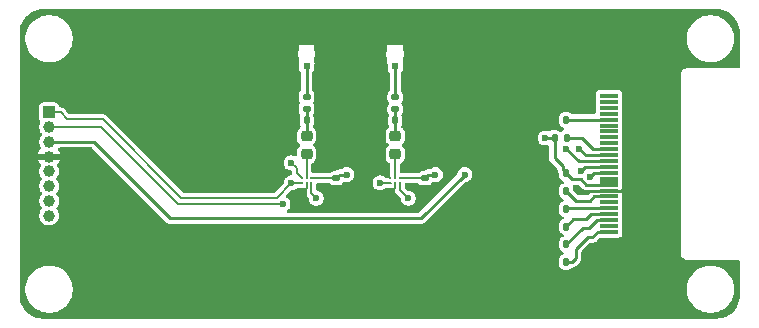
<source format=gbr>
%TF.GenerationSoftware,KiCad,Pcbnew,9.0.1+1*%
%TF.CreationDate,2025-05-28T20:00:12+08:00*%
%TF.ProjectId,audio_lab,61756469-6f5f-46c6-9162-2e6b69636164,rev?*%
%TF.SameCoordinates,Original*%
%TF.FileFunction,Copper,L1,Top*%
%TF.FilePolarity,Positive*%
%FSLAX46Y46*%
G04 Gerber Fmt 4.6, Leading zero omitted, Abs format (unit mm)*
G04 Created by KiCad (PCBNEW 9.0.1+1) date 2025-05-28 20:00:12*
%MOMM*%
%LPD*%
G01*
G04 APERTURE LIST*
G04 Aperture macros list*
%AMRoundRect*
0 Rectangle with rounded corners*
0 $1 Rounding radius*
0 $2 $3 $4 $5 $6 $7 $8 $9 X,Y pos of 4 corners*
0 Add a 4 corners polygon primitive as box body*
4,1,4,$2,$3,$4,$5,$6,$7,$8,$9,$2,$3,0*
0 Add four circle primitives for the rounded corners*
1,1,$1+$1,$2,$3*
1,1,$1+$1,$4,$5*
1,1,$1+$1,$6,$7*
1,1,$1+$1,$8,$9*
0 Add four rect primitives between the rounded corners*
20,1,$1+$1,$2,$3,$4,$5,0*
20,1,$1+$1,$4,$5,$6,$7,0*
20,1,$1+$1,$6,$7,$8,$9,0*
20,1,$1+$1,$8,$9,$2,$3,0*%
%AMFreePoly0*
4,1,21,0.330354,0.790354,0.330500,0.790000,0.330500,0.270000,0.330354,0.269646,0.250500,0.189792,0.250500,-0.189792,0.330354,-0.269646,0.330500,-0.270000,0.330500,-0.790000,0.330354,-0.790354,0.330000,-0.790500,0.250000,-0.790500,0.249646,-0.790354,0.249500,-0.790000,-0.250000,-0.790000,-0.250000,0.790000,0.249500,0.790000,0.249646,0.790354,0.250000,0.790500,0.330000,0.790500,
0.330354,0.790354,0.330354,0.790354,$1*%
%AMFreePoly1*
4,1,21,-0.249646,0.790354,-0.249500,0.790000,0.250000,0.790000,0.250000,-0.790000,-0.249500,-0.790000,-0.249646,-0.790354,-0.250000,-0.790500,-0.330000,-0.790500,-0.330354,-0.790354,-0.330500,-0.790000,-0.330500,-0.270000,-0.330354,-0.269646,-0.250500,-0.189792,-0.250500,0.189792,-0.330354,0.269646,-0.330500,0.270000,-0.330500,0.790000,-0.330354,0.790354,-0.330000,0.790500,-0.250000,0.790500,
-0.249646,0.790354,-0.249646,0.790354,$1*%
G04 Aperture macros list end*
%TA.AperFunction,SMDPad,CuDef*%
%ADD10RoundRect,0.135000X0.135000X0.185000X-0.135000X0.185000X-0.135000X-0.185000X0.135000X-0.185000X0*%
%TD*%
%TA.AperFunction,SMDPad,CuDef*%
%ADD11RoundRect,0.140000X0.140000X0.170000X-0.140000X0.170000X-0.140000X-0.170000X0.140000X-0.170000X0*%
%TD*%
%TA.AperFunction,SMDPad,CuDef*%
%ADD12RoundRect,0.135000X-0.185000X0.135000X-0.185000X-0.135000X0.185000X-0.135000X0.185000X0.135000X0*%
%TD*%
%TA.AperFunction,SMDPad,CuDef*%
%ADD13RoundRect,0.140000X0.170000X-0.140000X0.170000X0.140000X-0.170000X0.140000X-0.170000X-0.140000X0*%
%TD*%
%TA.AperFunction,SMDPad,CuDef*%
%ADD14RoundRect,0.135000X-0.135000X-0.185000X0.135000X-0.185000X0.135000X0.185000X-0.135000X0.185000X0*%
%TD*%
%TA.AperFunction,SMDPad,CuDef*%
%ADD15RoundRect,0.225000X-0.250000X0.225000X-0.250000X-0.225000X0.250000X-0.225000X0.250000X0.225000X0*%
%TD*%
%TA.AperFunction,BGAPad,CuDef*%
%ADD16C,0.230000*%
%TD*%
%TA.AperFunction,SMDPad,CuDef*%
%ADD17R,0.600000X0.550000*%
%TD*%
%TA.AperFunction,SMDPad,CuDef*%
%ADD18FreePoly0,0.000000*%
%TD*%
%TA.AperFunction,SMDPad,CuDef*%
%ADD19R,0.500000X0.500000*%
%TD*%
%TA.AperFunction,SMDPad,CuDef*%
%ADD20FreePoly1,0.000000*%
%TD*%
%TA.AperFunction,SMDPad,CuDef*%
%ADD21RoundRect,0.140000X-0.140000X-0.170000X0.140000X-0.170000X0.140000X0.170000X-0.140000X0.170000X0*%
%TD*%
%TA.AperFunction,SMDPad,CuDef*%
%ADD22R,1.600000X0.300000*%
%TD*%
%TA.AperFunction,SMDPad,CuDef*%
%ADD23R,3.100000X2.300000*%
%TD*%
%TA.AperFunction,ComponentPad*%
%ADD24R,1.000000X1.000000*%
%TD*%
%TA.AperFunction,ComponentPad*%
%ADD25C,1.000000*%
%TD*%
%TA.AperFunction,ViaPad*%
%ADD26C,0.600000*%
%TD*%
%TA.AperFunction,Conductor*%
%ADD27C,0.152400*%
%TD*%
%TA.AperFunction,Conductor*%
%ADD28C,0.254000*%
%TD*%
G04 APERTURE END LIST*
D10*
%TO.P,R1,1*%
%TO.N,/AFE/LCD_RES*%
X96410000Y-53500000D03*
%TO.P,R1,2*%
%TO.N,+3V3*%
X95390000Y-53500000D03*
%TD*%
D11*
%TO.P,C4,1*%
%TO.N,Net-(J1-Pin_5)*%
X96370000Y-59500000D03*
%TO.P,C4,2*%
%TO.N,GND*%
X95410000Y-59500000D03*
%TD*%
D12*
%TO.P,R6,1*%
%TO.N,Net-(J3-In)*%
X74400000Y-50000000D03*
%TO.P,R6,2*%
%TO.N,Net-(C10-Pad1)*%
X74400000Y-51020000D03*
%TD*%
D11*
%TO.P,C3,1*%
%TO.N,Net-(J1-Pin_4)*%
X96370000Y-61000000D03*
%TO.P,C3,2*%
%TO.N,GND*%
X95410000Y-61000000D03*
%TD*%
D13*
%TO.P,C9,1*%
%TO.N,GND*%
X84410000Y-57860000D03*
%TO.P,C9,2*%
%TO.N,+3V3*%
X84410000Y-56900000D03*
%TD*%
D14*
%TO.P,RV2,1*%
%TO.N,Net-(C11-Pad1)*%
X81900000Y-52020000D03*
%TO.P,RV2,2*%
%TO.N,GND*%
X82920000Y-52020000D03*
%TD*%
D15*
%TO.P,C10,1*%
%TO.N,Net-(C10-Pad1)*%
X74400000Y-53325000D03*
%TO.P,C10,2*%
%TO.N,Net-(U3-AIN)*%
X74400000Y-54875000D03*
%TD*%
D16*
%TO.P,U3,A1,CLK*%
%TO.N,/AFE/AUD_CLK*%
X74000000Y-57300000D03*
%TO.P,U3,A2,LR*%
%TO.N,+3V3*%
X74000000Y-56900000D03*
%TO.P,U3,B1,GND*%
%TO.N,GND*%
X74400000Y-57300000D03*
%TO.P,U3,B2,AIN*%
%TO.N,Net-(U3-AIN)*%
X74400000Y-56900000D03*
%TO.P,U3,C1,DOUT*%
%TO.N,/AFE/AUD_DAT*%
X74800000Y-57300000D03*
%TO.P,U3,C2,VDD*%
%TO.N,+3V3*%
X74800000Y-56900000D03*
%TD*%
D11*
%TO.P,C2,1*%
%TO.N,Net-(J1-Pin_3)*%
X96370000Y-62500000D03*
%TO.P,C2,2*%
%TO.N,GND*%
X95410000Y-62500000D03*
%TD*%
D17*
%TO.P,J4,1,In*%
%TO.N,Net-(J4-In)*%
X81900000Y-47375000D03*
D18*
%TO.P,J4,2,Ext*%
%TO.N,GND*%
X80900000Y-46400000D03*
D19*
X81900000Y-45400000D03*
D20*
X82900000Y-46400000D03*
%TD*%
D11*
%TO.P,C6,1*%
%TO.N,Net-(J1-Pin_7)*%
X96370000Y-58000000D03*
%TO.P,C6,2*%
%TO.N,GND*%
X95410000Y-58000000D03*
%TD*%
D13*
%TO.P,C8,1*%
%TO.N,GND*%
X76910000Y-57860000D03*
%TO.P,C8,2*%
%TO.N,+3V3*%
X76910000Y-56900000D03*
%TD*%
D21*
%TO.P,C7,1*%
%TO.N,GND*%
X95410000Y-56500000D03*
%TO.P,C7,2*%
%TO.N,+3V3*%
X96370000Y-56500000D03*
%TD*%
D15*
%TO.P,C11,1*%
%TO.N,Net-(C11-Pad1)*%
X81900000Y-53325000D03*
%TO.P,C11,2*%
%TO.N,Net-(U4-AIN)*%
X81900000Y-54875000D03*
%TD*%
D22*
%TO.P,J1,1,Pin_1*%
%TO.N,Net-(J1-Pin_1)*%
X100000000Y-61450000D03*
%TO.P,J1,2,Pin_2*%
%TO.N,unconnected-(J1-Pin_2-Pad2)*%
X100000000Y-60950000D03*
%TO.P,J1,3,Pin_3*%
%TO.N,Net-(J1-Pin_3)*%
X100000000Y-60450000D03*
%TO.P,J1,4,Pin_4*%
%TO.N,Net-(J1-Pin_4)*%
X100000000Y-59950000D03*
%TO.P,J1,5,Pin_5*%
%TO.N,Net-(J1-Pin_5)*%
X100000000Y-59450000D03*
%TO.P,J1,6,Pin_6*%
%TO.N,unconnected-(J1-Pin_6-Pad6)*%
X100000000Y-58950000D03*
%TO.P,J1,7,Pin_7*%
%TO.N,Net-(J1-Pin_7)*%
X100000000Y-58450000D03*
%TO.P,J1,8,Pin_8*%
%TO.N,GND*%
X100000000Y-57950000D03*
%TO.P,J1,9,Pin_9*%
%TO.N,+3V3*%
X100000000Y-57450000D03*
%TO.P,J1,10,Pin_10*%
X100000000Y-56950000D03*
%TO.P,J1,11,Pin_11*%
%TO.N,/AFE/LCD_DAT*%
X100000000Y-56450000D03*
%TO.P,J1,12,Pin_12*%
%TO.N,/AFE/LCD_CLK*%
X100000000Y-55950000D03*
%TO.P,J1,13,Pin_13*%
%TO.N,/AFE/LCD_CS*%
X100000000Y-55450000D03*
%TO.P,J1,14,Pin_14*%
%TO.N,/AFE/LCD_DC*%
X100000000Y-54950000D03*
%TO.P,J1,15,Pin_15*%
%TO.N,/AFE/LCD_RES*%
X100000000Y-54450000D03*
%TO.P,J1,16,Pin_16*%
%TO.N,unconnected-(J1-Pin_16-Pad16)*%
X100000000Y-53950000D03*
%TO.P,J1,17,Pin_17*%
%TO.N,unconnected-(J1-Pin_17-Pad17)*%
X100000000Y-53450000D03*
%TO.P,J1,18,Pin_18*%
%TO.N,unconnected-(J1-Pin_18-Pad18)*%
X100000000Y-52950000D03*
%TO.P,J1,19,Pin_19*%
%TO.N,unconnected-(J1-Pin_19-Pad19)*%
X100000000Y-52450000D03*
%TO.P,J1,20,Pin_20*%
%TO.N,Net-(J1-Pin_20)*%
X100000000Y-51950000D03*
%TO.P,J1,21,Pin_21*%
%TO.N,unconnected-(J1-Pin_21-Pad21)*%
X100000000Y-51450000D03*
%TO.P,J1,22,Pin_22*%
%TO.N,unconnected-(J1-Pin_22-Pad22)*%
X100000000Y-50950000D03*
%TO.P,J1,23,Pin_23*%
%TO.N,unconnected-(J1-Pin_23-Pad23)*%
X100000000Y-50450000D03*
%TO.P,J1,24,Pin_24*%
%TO.N,unconnected-(J1-Pin_24-Pad24)*%
X100000000Y-49950000D03*
D23*
%TO.P,J1,MP*%
%TO.N,GND*%
X101950000Y-63120000D03*
X101950000Y-48280000D03*
%TD*%
D14*
%TO.P,RV1,1*%
%TO.N,Net-(C10-Pad1)*%
X74400000Y-52020000D03*
%TO.P,RV1,2*%
%TO.N,GND*%
X75420000Y-52020000D03*
%TD*%
D11*
%TO.P,C1,1*%
%TO.N,Net-(J1-Pin_1)*%
X96370000Y-64000000D03*
%TO.P,C1,2*%
%TO.N,GND*%
X95410000Y-64000000D03*
%TD*%
%TO.P,C5,1*%
%TO.N,Net-(J1-Pin_20)*%
X96370000Y-51950000D03*
%TO.P,C5,2*%
%TO.N,GND*%
X95410000Y-51950000D03*
%TD*%
D24*
%TO.P,J2,1,Pin_1*%
%TO.N,/AFE/AUD_CLK*%
X52600000Y-51325000D03*
D25*
%TO.P,J2,2,Pin_2*%
%TO.N,/AFE/AUD_DAT*%
X52600000Y-52575000D03*
%TO.P,J2,3,Pin_3*%
%TO.N,+3V3*%
X52600000Y-53825000D03*
%TO.P,J2,4,Pin_4*%
%TO.N,GND*%
X52600000Y-55075000D03*
%TO.P,J2,5,Pin_5*%
%TO.N,/AFE/LCD_CS*%
X52600000Y-56325000D03*
%TO.P,J2,6,Pin_6*%
%TO.N,/AFE/LCD_DC*%
X52600000Y-57575000D03*
%TO.P,J2,7,Pin_7*%
%TO.N,/AFE/LCD_CLK*%
X52600000Y-58825000D03*
%TO.P,J2,8,Pin_8*%
%TO.N,/AFE/LCD_DAT*%
X52600000Y-60075000D03*
%TD*%
D17*
%TO.P,J3,1,In*%
%TO.N,Net-(J3-In)*%
X74400000Y-47375000D03*
D18*
%TO.P,J3,2,Ext*%
%TO.N,GND*%
X73400000Y-46400000D03*
D19*
X74400000Y-45400000D03*
D20*
X75400000Y-46400000D03*
%TD*%
D12*
%TO.P,R7,1*%
%TO.N,Net-(J4-In)*%
X81900000Y-50020000D03*
%TO.P,R7,2*%
%TO.N,Net-(C11-Pad1)*%
X81900000Y-51040000D03*
%TD*%
D16*
%TO.P,U4,A1,CLK*%
%TO.N,/AFE/AUD_CLK*%
X81500000Y-57300000D03*
%TO.P,U4,A2,LR*%
%TO.N,GND*%
X81500000Y-56900000D03*
%TO.P,U4,B1,GND*%
X81900000Y-57300000D03*
%TO.P,U4,B2,AIN*%
%TO.N,Net-(U4-AIN)*%
X81900000Y-56900000D03*
%TO.P,U4,C1,DOUT*%
%TO.N,/AFE/AUD_DAT*%
X82300000Y-57300000D03*
%TO.P,U4,C2,VDD*%
%TO.N,+3V3*%
X82300000Y-56900000D03*
%TD*%
D26*
%TO.N,GND*%
X97700000Y-58100000D03*
X80600000Y-43500000D03*
X73100000Y-43500000D03*
X83110000Y-50000000D03*
X80600000Y-67900000D03*
X94100000Y-62600000D03*
X98100000Y-47400000D03*
X98100000Y-64100000D03*
X81710000Y-58600000D03*
X95600000Y-43500000D03*
X73110000Y-50000000D03*
X73910000Y-58600000D03*
X87800000Y-54500000D03*
X80610000Y-50000000D03*
X87800000Y-59100000D03*
X83810000Y-53400000D03*
X103100000Y-50800000D03*
X76010000Y-57700000D03*
X103100000Y-43500000D03*
X58100000Y-50800000D03*
X83510000Y-57700000D03*
X65600000Y-67900000D03*
X72410000Y-46600000D03*
X52600000Y-48300000D03*
X88100000Y-43500000D03*
X88100000Y-67900000D03*
X103100000Y-67900000D03*
X80620000Y-55600000D03*
X101700000Y-57950000D03*
X75610000Y-50000000D03*
X84410000Y-46500000D03*
X78210000Y-46500000D03*
X58100000Y-43500000D03*
X94100000Y-54800000D03*
X95600000Y-67900000D03*
X65600000Y-43500000D03*
X72410000Y-52400000D03*
X79800000Y-59100000D03*
X103100000Y-60600000D03*
X52600000Y-63100000D03*
X58100000Y-67900000D03*
X73100000Y-67900000D03*
X76310000Y-53400000D03*
X94100000Y-52000000D03*
X94100000Y-59600000D03*
X94100000Y-64100000D03*
%TO.N,+3V3*%
X85310000Y-56600000D03*
X73100000Y-55600000D03*
X77810000Y-56600000D03*
X94600000Y-53500000D03*
X87800000Y-56600000D03*
%TO.N,/AFE/LCD_CLK*%
X97600000Y-56300000D03*
%TO.N,/AFE/LCD_CS*%
X96400000Y-54400000D03*
%TO.N,/AFE/LCD_DAT*%
X98400000Y-56800000D03*
%TO.N,/AFE/LCD_DC*%
X97500000Y-54400000D03*
%TO.N,/AFE/AUD_CLK*%
X73110000Y-57300000D03*
X80620000Y-57300000D03*
%TO.N,/AFE/AUD_DAT*%
X75210000Y-58600000D03*
X83010000Y-58600000D03*
X72400000Y-59100000D03*
%TD*%
D27*
%TO.N,GND*%
X81710000Y-58600000D02*
X81710000Y-57900000D01*
X81710000Y-57900000D02*
X81900000Y-57710000D01*
X80620000Y-55600000D02*
X81055000Y-56035000D01*
X73910000Y-58200000D02*
X73910000Y-58600000D01*
X81055000Y-56035000D02*
X81055000Y-56455000D01*
D28*
X98250000Y-58100000D02*
X98400000Y-57950000D01*
X97700000Y-58100000D02*
X98250000Y-58100000D01*
X100000000Y-57950000D02*
X98400000Y-57950000D01*
D27*
X81500000Y-56900000D02*
X81055000Y-56455000D01*
X74400000Y-57300000D02*
X74400000Y-57710000D01*
X81900000Y-57710000D02*
X81900000Y-57300000D01*
D28*
X100000000Y-57950000D02*
X101750000Y-57950000D01*
D27*
X74400000Y-57710000D02*
X73910000Y-58200000D01*
D28*
%TO.N,Net-(J1-Pin_1)*%
X97200000Y-63700000D02*
X96900000Y-64000000D01*
X97200000Y-62900000D02*
X97200000Y-63700000D01*
X99050000Y-61450000D02*
X98600000Y-61900000D01*
X98200000Y-61900000D02*
X97200000Y-62900000D01*
X100000000Y-61450000D02*
X99050000Y-61450000D01*
X96900000Y-64000000D02*
X96370000Y-64000000D01*
X98600000Y-61900000D02*
X98200000Y-61900000D01*
%TO.N,Net-(J1-Pin_3)*%
X98300000Y-61100000D02*
X97770000Y-61100000D01*
X98950000Y-60450000D02*
X98300000Y-61100000D01*
X97770000Y-61100000D02*
X96370000Y-62500000D01*
X100000000Y-60450000D02*
X98950000Y-60450000D01*
%TO.N,Net-(J1-Pin_4)*%
X100000000Y-59950000D02*
X98500000Y-59950000D01*
X96985000Y-60385000D02*
X98065000Y-60385000D01*
X96985000Y-60385000D02*
X96370000Y-61000000D01*
X98065000Y-60385000D02*
X98500000Y-59950000D01*
%TO.N,Net-(J1-Pin_5)*%
X96370000Y-59500000D02*
X96420000Y-59450000D01*
X96420000Y-59450000D02*
X100000000Y-59450000D01*
%TO.N,Net-(J1-Pin_20)*%
X100000000Y-51950000D02*
X96370000Y-51950000D01*
%TO.N,Net-(J1-Pin_7)*%
X98400000Y-58800000D02*
X98750000Y-58450000D01*
X98750000Y-58450000D02*
X100000000Y-58450000D01*
X97170000Y-58800000D02*
X98400000Y-58800000D01*
X96370000Y-58000000D02*
X97170000Y-58800000D01*
%TO.N,+3V3*%
X98050000Y-57450000D02*
X100000000Y-57450000D01*
X95390000Y-53500000D02*
X94800000Y-53500000D01*
X96100000Y-56230000D02*
X96370000Y-56500000D01*
D27*
X74000000Y-56900000D02*
X73550000Y-56450000D01*
X73100000Y-55600000D02*
X73550000Y-56050000D01*
D28*
X96100000Y-55900000D02*
X96100000Y-56230000D01*
X96870000Y-57000000D02*
X97600000Y-57000000D01*
X96370000Y-56500000D02*
X96870000Y-57000000D01*
X56375000Y-53825000D02*
X62850000Y-60300000D01*
X84100000Y-60300000D02*
X87800000Y-56600000D01*
X52600000Y-53825000D02*
X56375000Y-53825000D01*
X84710000Y-56600000D02*
X84410000Y-56900000D01*
X77800000Y-56600000D02*
X77200000Y-56600000D01*
X95400000Y-55200000D02*
X95400000Y-53510000D01*
D27*
X82300000Y-56900000D02*
X84410000Y-56900000D01*
X74800000Y-56900000D02*
X76910000Y-56900000D01*
D28*
X95390000Y-55190000D02*
X95400000Y-55200000D01*
X85310000Y-56600000D02*
X84710000Y-56600000D01*
D27*
X73550000Y-56050000D02*
X73550000Y-56450000D01*
D28*
X97600000Y-57000000D02*
X98050000Y-57450000D01*
X95400000Y-53510000D02*
X95390000Y-53500000D01*
X62850000Y-60300000D02*
X84100000Y-60300000D01*
X95390000Y-55190000D02*
X96100000Y-55900000D01*
X77200000Y-56600000D02*
X76900000Y-56900000D01*
%TO.N,/AFE/LCD_CLK*%
X97950000Y-55950000D02*
X100000000Y-55950000D01*
X97600000Y-56300000D02*
X97950000Y-55950000D01*
%TO.N,/AFE/LCD_CS*%
X97450000Y-55450000D02*
X96400000Y-54400000D01*
X100000000Y-55450000D02*
X97450000Y-55450000D01*
%TO.N,/AFE/LCD_DAT*%
X98750000Y-56450000D02*
X100000000Y-56450000D01*
X98400000Y-56800000D02*
X98750000Y-56450000D01*
%TO.N,/AFE/LCD_RES*%
X100000000Y-54450000D02*
X98650000Y-54450000D01*
X98650000Y-54450000D02*
X97700000Y-53500000D01*
X97700000Y-53500000D02*
X96410000Y-53500000D01*
%TO.N,/AFE/LCD_DC*%
X98050000Y-54950000D02*
X100000000Y-54950000D01*
X97500000Y-54400000D02*
X98050000Y-54950000D01*
D27*
%TO.N,/AFE/AUD_CLK*%
X81510000Y-57300000D02*
X80620000Y-57300000D01*
X73110000Y-57300000D02*
X71860000Y-58550000D01*
X74000000Y-57300000D02*
X73110000Y-57300000D01*
X53575000Y-51325000D02*
X52600000Y-51325000D01*
X71860000Y-58550000D02*
X63800000Y-58550000D01*
X54150000Y-51900000D02*
X53575000Y-51325000D01*
X63800000Y-58550000D02*
X57150000Y-51900000D01*
X57150000Y-51900000D02*
X54150000Y-51900000D01*
%TO.N,/AFE/AUD_DAT*%
X74800000Y-57300000D02*
X74800000Y-58190000D01*
X57025000Y-52575000D02*
X63550000Y-59100000D01*
X52600000Y-52575000D02*
X57025000Y-52575000D01*
X74800000Y-58190000D02*
X75210000Y-58600000D01*
X82300000Y-57300000D02*
X82300000Y-57890000D01*
X82300000Y-57890000D02*
X83010000Y-58600000D01*
X63550000Y-59100000D02*
X72400000Y-59100000D01*
D28*
%TO.N,Net-(J3-In)*%
X74400000Y-47375000D02*
X74400000Y-50000000D01*
%TO.N,Net-(J4-In)*%
X81900000Y-47375000D02*
X81900000Y-50020000D01*
D27*
%TO.N,Net-(U3-AIN)*%
X74400000Y-56900000D02*
X74400000Y-54800000D01*
%TO.N,Net-(U4-AIN)*%
X81900000Y-56900000D02*
X81900000Y-54800000D01*
D28*
%TO.N,Net-(C10-Pad1)*%
X74400000Y-51020000D02*
X74400000Y-52020000D01*
X74400000Y-52020000D02*
X74400000Y-53325000D01*
%TO.N,Net-(C11-Pad1)*%
X81900000Y-52020000D02*
X81900000Y-53325000D01*
X81900000Y-51040000D02*
X81900000Y-52020000D01*
%TD*%
%TA.AperFunction,Conductor*%
%TO.N,+3V3*%
G36*
X100725500Y-56950462D02*
G01*
X100780038Y-57005000D01*
X100800000Y-57079500D01*
X100800000Y-57320500D01*
X100780038Y-57395000D01*
X100725500Y-57449538D01*
X100651000Y-57469500D01*
X99349000Y-57469500D01*
X99274500Y-57449538D01*
X99219962Y-57395000D01*
X99200000Y-57320500D01*
X99200000Y-57079500D01*
X99219962Y-57005000D01*
X99274500Y-56950462D01*
X99349000Y-56930500D01*
X100651000Y-56930500D01*
X100725500Y-56950462D01*
G37*
%TD.AperFunction*%
%TD*%
%TA.AperFunction,Conductor*%
%TO.N,GND*%
G36*
X97423279Y-57477462D02*
G01*
X97454138Y-57501141D01*
X97683909Y-57730912D01*
X97683908Y-57730912D01*
X97737984Y-57784987D01*
X97769088Y-57816091D01*
X97769089Y-57816092D01*
X97769091Y-57816093D01*
X97771092Y-57817248D01*
X97873411Y-57876322D01*
X97989769Y-57907500D01*
X98110231Y-57907500D01*
X98285778Y-57907500D01*
X98304726Y-57912577D01*
X98324342Y-57912577D01*
X98341329Y-57922384D01*
X98360278Y-57927462D01*
X98374149Y-57941333D01*
X98391137Y-57951141D01*
X98400945Y-57968129D01*
X98414816Y-57982000D01*
X98419892Y-58000946D01*
X98429701Y-58017935D01*
X98429701Y-58037552D01*
X98434778Y-58056500D01*
X98429701Y-58075447D01*
X98429701Y-58095064D01*
X98419893Y-58112051D01*
X98414816Y-58131000D01*
X98391137Y-58161859D01*
X98383907Y-58169088D01*
X98383907Y-58169089D01*
X98300502Y-58252495D01*
X98254138Y-58298859D01*
X98187344Y-58337423D01*
X98148779Y-58342500D01*
X97421220Y-58342500D01*
X97346720Y-58322538D01*
X97315861Y-58298859D01*
X97024141Y-58007138D01*
X96985577Y-57940343D01*
X96980500Y-57901779D01*
X96980500Y-57785005D01*
X96980499Y-57784987D01*
X96974475Y-57728960D01*
X96971707Y-57721539D01*
X96948220Y-57658570D01*
X96945697Y-57632144D01*
X96938826Y-57606500D01*
X96942086Y-57594331D01*
X96940889Y-57581792D01*
X96951916Y-57557643D01*
X96958788Y-57532000D01*
X96967695Y-57523092D01*
X96972928Y-57511634D01*
X96994553Y-57496234D01*
X97013326Y-57477462D01*
X97025494Y-57474201D01*
X97035755Y-57466895D01*
X97087826Y-57457500D01*
X97348779Y-57457500D01*
X97423279Y-57477462D01*
G37*
%TD.AperFunction*%
%TA.AperFunction,Conductor*%
G36*
X109104866Y-42600818D02*
G01*
X109351246Y-42616967D01*
X109370562Y-42619510D01*
X109607934Y-42666726D01*
X109626752Y-42671769D01*
X109855932Y-42749566D01*
X109873938Y-42757024D01*
X110090990Y-42864062D01*
X110107869Y-42873807D01*
X110309100Y-43008266D01*
X110324557Y-43020126D01*
X110506528Y-43179710D01*
X110520289Y-43193471D01*
X110679869Y-43375437D01*
X110691733Y-43390899D01*
X110826192Y-43592130D01*
X110835937Y-43609009D01*
X110942975Y-43826061D01*
X110950433Y-43844067D01*
X111028230Y-44073247D01*
X111033275Y-44092074D01*
X111080488Y-44329434D01*
X111083032Y-44348757D01*
X111099181Y-44595133D01*
X111099500Y-44604878D01*
X111099500Y-47450500D01*
X111079538Y-47525000D01*
X111025000Y-47579538D01*
X110950500Y-47599500D01*
X106665892Y-47599500D01*
X106534108Y-47599500D01*
X106406814Y-47633608D01*
X106406812Y-47633608D01*
X106406812Y-47633609D01*
X106292689Y-47699497D01*
X106199497Y-47792689D01*
X106133609Y-47906812D01*
X106133608Y-47906814D01*
X106117778Y-47965890D01*
X106099500Y-48034106D01*
X106099500Y-48034108D01*
X106099500Y-63234108D01*
X106099500Y-63365892D01*
X106133608Y-63493186D01*
X106133609Y-63493187D01*
X106199497Y-63607310D01*
X106199498Y-63607311D01*
X106199500Y-63607314D01*
X106292686Y-63700500D01*
X106406814Y-63766392D01*
X106534108Y-63800500D01*
X110950500Y-63800500D01*
X111025000Y-63820462D01*
X111079538Y-63875000D01*
X111099500Y-63949500D01*
X111099500Y-66795121D01*
X111099181Y-66804866D01*
X111083032Y-67051242D01*
X111080488Y-67070565D01*
X111033275Y-67307925D01*
X111028230Y-67326752D01*
X110950433Y-67555932D01*
X110942975Y-67573938D01*
X110835937Y-67790990D01*
X110826192Y-67807869D01*
X110691733Y-68009100D01*
X110679869Y-68024562D01*
X110520300Y-68206517D01*
X110506517Y-68220300D01*
X110324562Y-68379869D01*
X110309100Y-68391733D01*
X110107869Y-68526192D01*
X110090990Y-68535937D01*
X109873938Y-68642975D01*
X109855932Y-68650433D01*
X109626752Y-68728230D01*
X109607925Y-68733275D01*
X109370565Y-68780488D01*
X109351243Y-68783032D01*
X109127312Y-68797709D01*
X109104865Y-68799181D01*
X109095122Y-68799500D01*
X52104878Y-68799500D01*
X52095133Y-68799181D01*
X51848757Y-68783032D01*
X51829434Y-68780488D01*
X51592074Y-68733275D01*
X51573247Y-68728230D01*
X51344067Y-68650433D01*
X51326061Y-68642975D01*
X51109009Y-68535937D01*
X51092130Y-68526192D01*
X50890899Y-68391733D01*
X50875437Y-68379869D01*
X50693471Y-68220289D01*
X50679710Y-68206528D01*
X50520126Y-68024557D01*
X50508266Y-68009100D01*
X50373807Y-67807869D01*
X50364062Y-67790990D01*
X50257024Y-67573938D01*
X50249566Y-67555932D01*
X50171769Y-67326752D01*
X50166726Y-67307934D01*
X50119510Y-67070562D01*
X50116967Y-67051242D01*
X50109965Y-66944416D01*
X50100819Y-66804866D01*
X50100500Y-66795121D01*
X50100500Y-66168876D01*
X50599500Y-66168876D01*
X50599500Y-66431123D01*
X50633728Y-66691107D01*
X50633728Y-66691110D01*
X50701600Y-66944415D01*
X50701600Y-66944416D01*
X50801959Y-67186701D01*
X50933078Y-67413806D01*
X50933078Y-67413807D01*
X51092715Y-67621848D01*
X51278151Y-67807284D01*
X51486193Y-67966921D01*
X51486197Y-67966924D01*
X51713303Y-68098043D01*
X51917809Y-68182752D01*
X51955583Y-68198399D01*
X52013286Y-68213860D01*
X52208884Y-68266270D01*
X52208890Y-68266270D01*
X52208891Y-68266271D01*
X52245834Y-68271134D01*
X52468877Y-68300499D01*
X52468878Y-68300500D01*
X52468880Y-68300500D01*
X52731122Y-68300500D01*
X52731122Y-68300499D01*
X52991108Y-68266271D01*
X52991110Y-68266271D01*
X52991111Y-68266270D01*
X52991116Y-68266270D01*
X53244415Y-68198399D01*
X53244416Y-68198399D01*
X53244417Y-68198398D01*
X53244419Y-68198398D01*
X53486697Y-68098043D01*
X53713803Y-67966924D01*
X53921848Y-67807284D01*
X53921849Y-67807284D01*
X54107284Y-67621849D01*
X54107284Y-67621848D01*
X54150771Y-67565176D01*
X54266924Y-67413803D01*
X54398043Y-67186697D01*
X54498398Y-66944419D01*
X54566270Y-66691116D01*
X54600500Y-66431120D01*
X54600500Y-66168880D01*
X54600499Y-66168876D01*
X106599500Y-66168876D01*
X106599500Y-66431123D01*
X106633728Y-66691107D01*
X106633728Y-66691110D01*
X106701600Y-66944415D01*
X106701600Y-66944416D01*
X106801959Y-67186701D01*
X106933078Y-67413806D01*
X106933078Y-67413807D01*
X107092715Y-67621848D01*
X107278151Y-67807284D01*
X107486193Y-67966921D01*
X107486197Y-67966924D01*
X107713303Y-68098043D01*
X107917809Y-68182752D01*
X107955583Y-68198399D01*
X108013286Y-68213860D01*
X108208884Y-68266270D01*
X108208890Y-68266270D01*
X108208891Y-68266271D01*
X108245834Y-68271134D01*
X108468877Y-68300499D01*
X108468878Y-68300500D01*
X108468880Y-68300500D01*
X108731122Y-68300500D01*
X108731122Y-68300499D01*
X108991108Y-68266271D01*
X108991110Y-68266271D01*
X108991111Y-68266270D01*
X108991116Y-68266270D01*
X109244415Y-68198399D01*
X109244416Y-68198399D01*
X109244417Y-68198398D01*
X109244419Y-68198398D01*
X109486697Y-68098043D01*
X109713803Y-67966924D01*
X109921848Y-67807284D01*
X109921849Y-67807284D01*
X110107284Y-67621849D01*
X110107284Y-67621848D01*
X110150771Y-67565176D01*
X110266924Y-67413803D01*
X110398043Y-67186697D01*
X110498398Y-66944419D01*
X110566270Y-66691116D01*
X110600500Y-66431120D01*
X110600500Y-66168880D01*
X110566270Y-65908884D01*
X110523242Y-65748302D01*
X110498399Y-65655584D01*
X110498399Y-65655583D01*
X110482752Y-65617809D01*
X110398043Y-65413303D01*
X110266924Y-65186197D01*
X110266921Y-65186193D01*
X110266921Y-65186192D01*
X110107284Y-64978151D01*
X109921848Y-64792715D01*
X109713806Y-64633078D01*
X109486701Y-64501959D01*
X109486699Y-64501958D01*
X109486697Y-64501957D01*
X109391623Y-64462576D01*
X109244416Y-64401600D01*
X109018255Y-64341002D01*
X108991116Y-64333730D01*
X108991114Y-64333729D01*
X108991108Y-64333728D01*
X108731123Y-64299500D01*
X108731120Y-64299500D01*
X108468880Y-64299500D01*
X108468876Y-64299500D01*
X108208892Y-64333728D01*
X108208889Y-64333728D01*
X107955584Y-64401600D01*
X107955583Y-64401600D01*
X107713298Y-64501959D01*
X107486193Y-64633078D01*
X107486192Y-64633078D01*
X107278151Y-64792715D01*
X107278151Y-64792716D01*
X107278149Y-64792718D01*
X107092718Y-64978149D01*
X107092716Y-64978151D01*
X107092715Y-64978151D01*
X106933078Y-65186192D01*
X106933078Y-65186193D01*
X106801959Y-65413298D01*
X106701600Y-65655583D01*
X106701600Y-65655584D01*
X106633728Y-65908889D01*
X106633728Y-65908892D01*
X106599500Y-66168876D01*
X54600499Y-66168876D01*
X54566270Y-65908884D01*
X54523242Y-65748302D01*
X54498399Y-65655584D01*
X54498399Y-65655583D01*
X54482752Y-65617809D01*
X54398043Y-65413303D01*
X54266924Y-65186197D01*
X54266921Y-65186193D01*
X54266921Y-65186192D01*
X54107284Y-64978151D01*
X53921848Y-64792715D01*
X53713806Y-64633078D01*
X53486701Y-64501959D01*
X53486699Y-64501958D01*
X53486697Y-64501957D01*
X53391623Y-64462576D01*
X53244416Y-64401600D01*
X53018255Y-64341002D01*
X52991116Y-64333730D01*
X52991114Y-64333729D01*
X52991108Y-64333728D01*
X52731123Y-64299500D01*
X52731120Y-64299500D01*
X52468880Y-64299500D01*
X52468876Y-64299500D01*
X52208892Y-64333728D01*
X52208889Y-64333728D01*
X51955584Y-64401600D01*
X51955583Y-64401600D01*
X51713298Y-64501959D01*
X51486193Y-64633078D01*
X51486192Y-64633078D01*
X51278151Y-64792715D01*
X51278151Y-64792716D01*
X51278149Y-64792718D01*
X51092718Y-64978149D01*
X51092716Y-64978151D01*
X51092715Y-64978151D01*
X50933078Y-65186192D01*
X50933078Y-65186193D01*
X50801959Y-65413298D01*
X50701600Y-65655583D01*
X50701600Y-65655584D01*
X50633728Y-65908889D01*
X50633728Y-65908892D01*
X50599500Y-66168876D01*
X50100500Y-66168876D01*
X50100500Y-54824999D01*
X51681115Y-54824999D01*
X51681116Y-54825000D01*
X52433012Y-54825000D01*
X52415795Y-54834940D01*
X52359940Y-54890795D01*
X52320444Y-54959204D01*
X52300000Y-55035504D01*
X52300000Y-55114496D01*
X52320444Y-55190796D01*
X52359940Y-55259205D01*
X52415795Y-55315060D01*
X52433012Y-55325000D01*
X51681116Y-55325000D01*
X51686507Y-55352100D01*
X51686509Y-55352108D01*
X51758118Y-55524989D01*
X51758123Y-55524998D01*
X51862086Y-55680588D01*
X51862090Y-55680593D01*
X51877325Y-55695828D01*
X51915889Y-55762623D01*
X51915889Y-55839751D01*
X51895855Y-55883967D01*
X51864024Y-55931605D01*
X51864018Y-55931615D01*
X51801415Y-56082753D01*
X51776846Y-56206271D01*
X51769500Y-56243203D01*
X51769500Y-56406797D01*
X51774830Y-56433593D01*
X51801415Y-56567246D01*
X51864018Y-56718384D01*
X51864023Y-56718394D01*
X51920090Y-56802303D01*
X51954909Y-56854413D01*
X51954911Y-56854415D01*
X51955787Y-56855483D01*
X51956129Y-56856238D01*
X51958976Y-56860499D01*
X51958272Y-56860969D01*
X51987614Y-56925739D01*
X51980048Y-57002495D01*
X51958764Y-57039359D01*
X51958976Y-57039501D01*
X51956820Y-57042727D01*
X51955787Y-57044517D01*
X51954911Y-57045584D01*
X51864023Y-57181605D01*
X51864018Y-57181615D01*
X51801415Y-57332753D01*
X51769500Y-57493203D01*
X51769500Y-57656796D01*
X51801415Y-57817246D01*
X51864018Y-57968384D01*
X51864023Y-57968394D01*
X51916534Y-58046981D01*
X51954909Y-58104413D01*
X51954911Y-58104415D01*
X51955787Y-58105483D01*
X51956129Y-58106238D01*
X51958976Y-58110499D01*
X51958272Y-58110969D01*
X51987614Y-58175739D01*
X51980048Y-58252495D01*
X51958764Y-58289359D01*
X51958976Y-58289501D01*
X51956820Y-58292727D01*
X51955787Y-58294517D01*
X51954911Y-58295584D01*
X51864023Y-58431605D01*
X51864018Y-58431615D01*
X51801415Y-58582753D01*
X51775480Y-58713141D01*
X51769500Y-58743203D01*
X51769500Y-58906797D01*
X51771349Y-58916090D01*
X51801415Y-59067246D01*
X51864018Y-59218384D01*
X51864023Y-59218394D01*
X51908520Y-59284987D01*
X51954909Y-59354413D01*
X51954911Y-59354415D01*
X51955787Y-59355483D01*
X51956129Y-59356238D01*
X51958976Y-59360499D01*
X51958272Y-59360969D01*
X51987614Y-59425739D01*
X51980048Y-59502495D01*
X51958764Y-59539359D01*
X51958976Y-59539501D01*
X51956820Y-59542727D01*
X51955787Y-59544517D01*
X51954911Y-59545584D01*
X51864023Y-59681605D01*
X51864018Y-59681615D01*
X51801415Y-59832753D01*
X51769500Y-59993203D01*
X51769500Y-60156796D01*
X51801415Y-60317246D01*
X51864018Y-60468384D01*
X51864023Y-60468394D01*
X51935622Y-60575548D01*
X51954909Y-60604413D01*
X52070587Y-60720091D01*
X52124774Y-60756297D01*
X52206605Y-60810976D01*
X52206615Y-60810981D01*
X52250881Y-60829316D01*
X52357752Y-60873584D01*
X52518203Y-60905500D01*
X52518204Y-60905500D01*
X52681796Y-60905500D01*
X52681797Y-60905500D01*
X52842248Y-60873584D01*
X52993389Y-60810979D01*
X52993391Y-60810977D01*
X52993394Y-60810976D01*
X53032289Y-60784987D01*
X53129413Y-60720091D01*
X53245091Y-60604413D01*
X53335979Y-60468389D01*
X53398584Y-60317248D01*
X53430500Y-60156797D01*
X53430500Y-59993203D01*
X53398584Y-59832752D01*
X53364344Y-59750091D01*
X53335981Y-59681615D01*
X53335976Y-59681605D01*
X53245093Y-59545590D01*
X53244220Y-59544527D01*
X53243878Y-59543772D01*
X53241024Y-59539501D01*
X53241729Y-59539029D01*
X53212388Y-59474274D01*
X53219946Y-59397517D01*
X53241236Y-59360640D01*
X53241024Y-59360499D01*
X53243188Y-59357259D01*
X53244220Y-59355473D01*
X53245083Y-59354420D01*
X53245091Y-59354413D01*
X53328916Y-59228960D01*
X53335976Y-59218394D01*
X53335977Y-59218391D01*
X53335979Y-59218389D01*
X53398584Y-59067248D01*
X53430500Y-58906797D01*
X53430500Y-58743203D01*
X53398584Y-58582752D01*
X53335979Y-58431611D01*
X53335976Y-58431605D01*
X53245093Y-58295590D01*
X53244220Y-58294527D01*
X53243878Y-58293772D01*
X53241024Y-58289501D01*
X53241729Y-58289029D01*
X53212388Y-58224274D01*
X53219946Y-58147517D01*
X53241236Y-58110640D01*
X53241024Y-58110499D01*
X53243188Y-58107259D01*
X53244220Y-58105473D01*
X53245083Y-58104420D01*
X53245091Y-58104413D01*
X53314287Y-58000853D01*
X53335976Y-57968394D01*
X53335977Y-57968391D01*
X53335979Y-57968389D01*
X53398584Y-57817248D01*
X53430500Y-57656797D01*
X53430500Y-57493203D01*
X53398584Y-57332752D01*
X53347840Y-57210246D01*
X53335981Y-57181615D01*
X53335976Y-57181605D01*
X53245093Y-57045590D01*
X53244220Y-57044527D01*
X53243878Y-57043772D01*
X53241024Y-57039501D01*
X53241729Y-57039029D01*
X53212388Y-56974274D01*
X53219946Y-56897517D01*
X53241236Y-56860640D01*
X53241024Y-56860499D01*
X53243188Y-56857259D01*
X53244220Y-56855473D01*
X53245083Y-56854420D01*
X53245091Y-56854413D01*
X53307324Y-56761275D01*
X53335976Y-56718394D01*
X53335977Y-56718391D01*
X53335979Y-56718389D01*
X53398584Y-56567248D01*
X53430500Y-56406797D01*
X53430500Y-56243203D01*
X53398584Y-56082752D01*
X53335979Y-55931611D01*
X53335976Y-55931605D01*
X53304144Y-55883966D01*
X53279352Y-55810931D01*
X53294399Y-55735285D01*
X53322677Y-55695825D01*
X53337908Y-55680594D01*
X53337915Y-55680585D01*
X53441876Y-55524998D01*
X53441881Y-55524989D01*
X53513490Y-55352108D01*
X53513492Y-55352100D01*
X53518884Y-55325000D01*
X52766988Y-55325000D01*
X52784205Y-55315060D01*
X52840060Y-55259205D01*
X52879556Y-55190796D01*
X52900000Y-55114496D01*
X52900000Y-55035504D01*
X52879556Y-54959204D01*
X52840060Y-54890795D01*
X52784205Y-54834940D01*
X52766988Y-54825000D01*
X53518884Y-54825000D01*
X53518884Y-54824999D01*
X53513492Y-54797899D01*
X53513490Y-54797891D01*
X53441881Y-54625010D01*
X53441876Y-54625001D01*
X53367894Y-54514280D01*
X53343102Y-54441246D01*
X53358149Y-54365600D01*
X53409003Y-54307611D01*
X53482037Y-54282819D01*
X53491783Y-54282500D01*
X56123779Y-54282500D01*
X56198279Y-54302462D01*
X56229138Y-54326141D01*
X62483907Y-60580909D01*
X62483909Y-60580912D01*
X62569088Y-60666091D01*
X62629320Y-60700866D01*
X62673412Y-60726323D01*
X62789769Y-60757500D01*
X62789771Y-60757500D01*
X84160231Y-60757500D01*
X84276589Y-60726322D01*
X84380912Y-60666091D01*
X84466091Y-60580912D01*
X87773825Y-57273177D01*
X87840618Y-57234615D01*
X87854936Y-57232009D01*
X87854920Y-57231928D01*
X87862099Y-57230500D01*
X87983910Y-57206271D01*
X88098654Y-57158742D01*
X88201920Y-57089742D01*
X88289742Y-57001920D01*
X88358742Y-56898654D01*
X88406271Y-56783910D01*
X88430500Y-56662099D01*
X88430500Y-56537901D01*
X88406271Y-56416090D01*
X88365698Y-56318139D01*
X88358744Y-56301350D01*
X88358743Y-56301348D01*
X88358742Y-56301346D01*
X88289742Y-56198080D01*
X88201920Y-56110258D01*
X88098654Y-56041258D01*
X88098651Y-56041257D01*
X88098649Y-56041255D01*
X88009063Y-56004148D01*
X87983910Y-55993729D01*
X87983908Y-55993728D01*
X87983907Y-55993728D01*
X87862099Y-55969500D01*
X87737901Y-55969500D01*
X87616092Y-55993728D01*
X87616090Y-55993729D01*
X87501350Y-56041255D01*
X87501346Y-56041258D01*
X87410148Y-56102195D01*
X87398076Y-56110261D01*
X87310261Y-56198076D01*
X87310258Y-56198079D01*
X87310258Y-56198080D01*
X87250240Y-56287904D01*
X87241258Y-56301346D01*
X87241255Y-56301350D01*
X87193729Y-56416090D01*
X87193728Y-56416092D01*
X87168072Y-56545080D01*
X87166249Y-56544717D01*
X87142562Y-56607625D01*
X87126820Y-56626176D01*
X83954138Y-59798859D01*
X83887343Y-59837423D01*
X83848779Y-59842500D01*
X72908880Y-59842500D01*
X72834380Y-59822538D01*
X72779842Y-59768000D01*
X72759880Y-59693500D01*
X72779842Y-59619000D01*
X72803521Y-59588141D01*
X72846078Y-59545584D01*
X72889742Y-59501920D01*
X72958742Y-59398654D01*
X73006271Y-59283910D01*
X73030500Y-59162099D01*
X73030500Y-59037901D01*
X73006271Y-58916090D01*
X72970885Y-58830662D01*
X72958744Y-58801350D01*
X72958743Y-58801348D01*
X72958742Y-58801346D01*
X72889742Y-58698080D01*
X72801920Y-58610258D01*
X72801916Y-58610255D01*
X72696900Y-58540085D01*
X72646047Y-58482097D01*
X72631000Y-58406451D01*
X72655793Y-58333416D01*
X72674322Y-58310838D01*
X72785161Y-58200000D01*
X73011020Y-57974141D01*
X73077815Y-57935577D01*
X73116379Y-57930500D01*
X73172099Y-57930500D01*
X73293910Y-57906271D01*
X73408654Y-57858742D01*
X73511920Y-57789742D01*
X73551321Y-57750341D01*
X73568308Y-57740533D01*
X73582180Y-57726662D01*
X73601128Y-57721584D01*
X73618116Y-57711777D01*
X73656680Y-57706700D01*
X73778029Y-57706700D01*
X73818059Y-57714662D01*
X73818609Y-57712612D01*
X73828042Y-57715139D01*
X73828043Y-57715140D01*
X73941349Y-57745500D01*
X74058651Y-57745500D01*
X74171957Y-57715140D01*
X74171960Y-57715137D01*
X74171964Y-57715137D01*
X74180986Y-57711401D01*
X74181727Y-57713191D01*
X74244288Y-57696423D01*
X74318789Y-57716379D01*
X74373332Y-57770912D01*
X74393300Y-57845411D01*
X74393300Y-58136456D01*
X74393300Y-58243544D01*
X74419815Y-58342500D01*
X74421017Y-58346984D01*
X74474557Y-58439718D01*
X74474561Y-58439723D01*
X74535857Y-58501017D01*
X74574422Y-58567811D01*
X74579500Y-58606377D01*
X74579500Y-58662099D01*
X74599226Y-58761275D01*
X74603729Y-58783910D01*
X74610953Y-58801350D01*
X74651255Y-58898649D01*
X74651257Y-58898651D01*
X74651258Y-58898654D01*
X74720258Y-59001920D01*
X74808080Y-59089742D01*
X74911346Y-59158742D01*
X74911348Y-59158743D01*
X74911350Y-59158744D01*
X74919450Y-59162099D01*
X75026090Y-59206271D01*
X75147901Y-59230500D01*
X75272099Y-59230500D01*
X75393910Y-59206271D01*
X75508654Y-59158742D01*
X75611920Y-59089742D01*
X75699742Y-59001920D01*
X75768742Y-58898654D01*
X75816271Y-58783910D01*
X75840500Y-58662099D01*
X75840500Y-58537901D01*
X75816271Y-58416090D01*
X75768742Y-58301346D01*
X75699742Y-58198080D01*
X75611920Y-58110258D01*
X75508654Y-58041258D01*
X75508651Y-58041257D01*
X75508649Y-58041255D01*
X75411333Y-58000946D01*
X75393910Y-57993729D01*
X75326630Y-57980346D01*
X75257457Y-57946232D01*
X75214607Y-57882102D01*
X75206700Y-57834209D01*
X75206700Y-57521970D01*
X75211938Y-57482809D01*
X75214674Y-57472763D01*
X75215140Y-57471957D01*
X75229934Y-57416744D01*
X75229990Y-57416539D01*
X75249274Y-57383456D01*
X75268393Y-57350341D01*
X75268670Y-57350181D01*
X75268831Y-57349905D01*
X75302076Y-57330894D01*
X75335188Y-57311777D01*
X75335602Y-57311722D01*
X75335785Y-57311618D01*
X75336377Y-57311620D01*
X75373752Y-57306700D01*
X76277337Y-57306700D01*
X76351837Y-57326662D01*
X76396617Y-57366407D01*
X76403882Y-57376112D01*
X76403885Y-57376115D01*
X76512195Y-57457194D01*
X76575577Y-57480834D01*
X76638959Y-57504475D01*
X76694987Y-57510499D01*
X76694994Y-57510499D01*
X76695000Y-57510500D01*
X76695005Y-57510500D01*
X77124995Y-57510500D01*
X77125000Y-57510500D01*
X77125006Y-57510499D01*
X77125012Y-57510499D01*
X77181040Y-57504475D01*
X77203135Y-57496234D01*
X77307805Y-57457194D01*
X77416115Y-57376115D01*
X77497194Y-57267805D01*
X77497195Y-57267800D01*
X77497726Y-57267092D01*
X77534846Y-57237900D01*
X79989500Y-57237900D01*
X79989500Y-57362099D01*
X80011797Y-57474201D01*
X80013729Y-57483910D01*
X80024743Y-57510499D01*
X80061255Y-57598649D01*
X80061257Y-57598651D01*
X80061258Y-57598654D01*
X80130258Y-57701920D01*
X80218080Y-57789742D01*
X80321346Y-57858742D01*
X80321348Y-57858743D01*
X80321350Y-57858744D01*
X80350662Y-57870885D01*
X80436090Y-57906271D01*
X80557901Y-57930500D01*
X80682099Y-57930500D01*
X80803910Y-57906271D01*
X80918654Y-57858742D01*
X81021920Y-57789742D01*
X81061321Y-57750341D01*
X81078308Y-57740533D01*
X81092180Y-57726662D01*
X81111128Y-57721584D01*
X81128116Y-57711777D01*
X81166680Y-57706700D01*
X81278029Y-57706700D01*
X81318059Y-57714662D01*
X81318609Y-57712612D01*
X81328042Y-57715139D01*
X81328043Y-57715140D01*
X81441349Y-57745500D01*
X81558651Y-57745500D01*
X81671957Y-57715140D01*
X81671960Y-57715137D01*
X81671964Y-57715137D01*
X81680986Y-57711401D01*
X81681727Y-57713191D01*
X81744288Y-57696423D01*
X81818789Y-57716379D01*
X81873332Y-57770912D01*
X81893300Y-57845411D01*
X81893300Y-57943544D01*
X81918489Y-58037552D01*
X81921017Y-58046984D01*
X81974556Y-58139716D01*
X81974557Y-58139717D01*
X81974559Y-58139720D01*
X82177340Y-58342500D01*
X82335859Y-58501019D01*
X82374423Y-58567814D01*
X82379500Y-58606378D01*
X82379500Y-58662099D01*
X82399226Y-58761275D01*
X82403729Y-58783910D01*
X82410953Y-58801350D01*
X82451255Y-58898649D01*
X82451257Y-58898651D01*
X82451258Y-58898654D01*
X82520258Y-59001920D01*
X82608080Y-59089742D01*
X82711346Y-59158742D01*
X82711348Y-59158743D01*
X82711350Y-59158744D01*
X82719450Y-59162099D01*
X82826090Y-59206271D01*
X82947901Y-59230500D01*
X83072099Y-59230500D01*
X83193910Y-59206271D01*
X83308654Y-59158742D01*
X83411920Y-59089742D01*
X83499742Y-59001920D01*
X83568742Y-58898654D01*
X83616271Y-58783910D01*
X83640500Y-58662099D01*
X83640500Y-58537901D01*
X83616271Y-58416090D01*
X83568742Y-58301346D01*
X83499742Y-58198080D01*
X83411920Y-58110258D01*
X83308654Y-58041258D01*
X83308651Y-58041257D01*
X83308649Y-58041255D01*
X83211333Y-58000946D01*
X83193910Y-57993729D01*
X83193908Y-57993728D01*
X83193907Y-57993728D01*
X83072099Y-57969500D01*
X83016378Y-57969500D01*
X82997430Y-57964423D01*
X82977814Y-57964423D01*
X82960826Y-57954615D01*
X82941878Y-57949538D01*
X82911019Y-57925859D01*
X82750341Y-57765180D01*
X82711777Y-57698385D01*
X82706700Y-57659821D01*
X82706700Y-57521970D01*
X82714665Y-57481941D01*
X82712612Y-57481391D01*
X82729829Y-57417136D01*
X82768393Y-57350341D01*
X82835188Y-57311777D01*
X82873752Y-57306700D01*
X83777337Y-57306700D01*
X83851837Y-57326662D01*
X83896617Y-57366407D01*
X83903882Y-57376112D01*
X83903885Y-57376115D01*
X84012195Y-57457194D01*
X84075577Y-57480834D01*
X84138959Y-57504475D01*
X84194987Y-57510499D01*
X84194994Y-57510499D01*
X84195000Y-57510500D01*
X84195005Y-57510500D01*
X84624995Y-57510500D01*
X84625000Y-57510500D01*
X84625006Y-57510499D01*
X84625012Y-57510499D01*
X84681040Y-57504475D01*
X84703135Y-57496234D01*
X84807805Y-57457194D01*
X84916115Y-57376115D01*
X84997194Y-57267805D01*
X84997195Y-57267800D01*
X84997726Y-57267092D01*
X85058352Y-57219414D01*
X85134695Y-57208436D01*
X85146067Y-57210244D01*
X85247901Y-57230500D01*
X85372099Y-57230500D01*
X85493910Y-57206271D01*
X85608654Y-57158742D01*
X85711920Y-57089742D01*
X85799742Y-57001920D01*
X85868742Y-56898654D01*
X85916271Y-56783910D01*
X85940500Y-56662099D01*
X85940500Y-56537901D01*
X85916271Y-56416090D01*
X85875698Y-56318139D01*
X85868744Y-56301350D01*
X85868743Y-56301348D01*
X85868742Y-56301346D01*
X85799742Y-56198080D01*
X85711920Y-56110258D01*
X85608654Y-56041258D01*
X85608651Y-56041257D01*
X85608649Y-56041255D01*
X85519063Y-56004148D01*
X85493910Y-55993729D01*
X85493908Y-55993728D01*
X85493907Y-55993728D01*
X85372099Y-55969500D01*
X85247901Y-55969500D01*
X85126092Y-55993728D01*
X85126090Y-55993729D01*
X85011350Y-56041255D01*
X85011346Y-56041258D01*
X84908080Y-56110258D01*
X84908076Y-56110261D01*
X84901995Y-56114325D01*
X84900961Y-56112778D01*
X84839742Y-56140511D01*
X84815480Y-56142500D01*
X84649769Y-56142500D01*
X84533406Y-56173679D01*
X84461950Y-56214935D01*
X84461942Y-56214940D01*
X84454759Y-56219088D01*
X84429088Y-56233909D01*
X84409198Y-56253798D01*
X84400155Y-56260461D01*
X84374347Y-56270564D01*
X84350343Y-56284423D01*
X84333171Y-56286683D01*
X84328335Y-56288577D01*
X84323898Y-56287904D01*
X84311779Y-56289500D01*
X84194987Y-56289500D01*
X84138959Y-56295524D01*
X84012196Y-56342805D01*
X84012193Y-56342807D01*
X83903885Y-56423884D01*
X83903882Y-56423887D01*
X83896617Y-56433593D01*
X83835990Y-56481270D01*
X83777337Y-56493300D01*
X82521971Y-56493300D01*
X82482809Y-56488061D01*
X82472759Y-56485323D01*
X82471957Y-56484860D01*
X82417130Y-56470169D01*
X82416538Y-56470008D01*
X82383415Y-56450700D01*
X82350340Y-56431604D01*
X82350180Y-56431328D01*
X82349904Y-56431167D01*
X82330862Y-56397867D01*
X82311777Y-56364809D01*
X82311722Y-56364394D01*
X82311618Y-56364212D01*
X82311620Y-56363620D01*
X82306700Y-56326247D01*
X82306700Y-55736747D01*
X82326662Y-55662247D01*
X82381200Y-55607709D01*
X82401035Y-55598137D01*
X82424816Y-55588760D01*
X82546491Y-55496491D01*
X82638760Y-55374816D01*
X82694780Y-55232759D01*
X82705500Y-55143492D01*
X82705500Y-54606508D01*
X82694780Y-54517241D01*
X82638760Y-54375184D01*
X82583613Y-54302462D01*
X82546492Y-54253510D01*
X82546489Y-54253507D01*
X82500620Y-54218724D01*
X82453320Y-54157803D01*
X82442817Y-54081393D01*
X82471927Y-54009969D01*
X82500620Y-53981276D01*
X82531973Y-53957500D01*
X82546491Y-53946491D01*
X82638760Y-53824816D01*
X82694780Y-53682759D01*
X82705500Y-53593492D01*
X82705500Y-53437900D01*
X93969500Y-53437900D01*
X93969500Y-53562099D01*
X93993728Y-53683907D01*
X93993729Y-53683909D01*
X94041255Y-53798649D01*
X94041257Y-53798651D01*
X94041258Y-53798654D01*
X94110258Y-53901920D01*
X94198080Y-53989742D01*
X94301346Y-54058742D01*
X94301348Y-54058743D01*
X94301350Y-54058744D01*
X94321876Y-54067246D01*
X94416090Y-54106271D01*
X94537901Y-54130500D01*
X94662099Y-54130500D01*
X94764433Y-54110145D01*
X94841395Y-54115190D01*
X94905524Y-54158040D01*
X94939637Y-54227214D01*
X94942500Y-54256282D01*
X94942500Y-55072831D01*
X94937423Y-55111394D01*
X94932500Y-55129763D01*
X94932500Y-55250231D01*
X94963678Y-55366589D01*
X94992259Y-55416092D01*
X95023909Y-55470912D01*
X95319655Y-55766658D01*
X95598859Y-56045861D01*
X95637423Y-56112656D01*
X95642500Y-56151220D01*
X95642500Y-56290232D01*
X95673678Y-56406590D01*
X95729346Y-56503009D01*
X95729655Y-56503544D01*
X95733909Y-56510912D01*
X95734120Y-56511123D01*
X95738922Y-56519284D01*
X95746841Y-56547898D01*
X95758217Y-56575326D01*
X95759396Y-56593259D01*
X95759495Y-56593617D01*
X95759434Y-56593849D01*
X95759500Y-56594841D01*
X95759500Y-56715012D01*
X95765524Y-56771040D01*
X95812805Y-56897803D01*
X95812807Y-56897806D01*
X95890744Y-57001920D01*
X95893885Y-57006115D01*
X96002195Y-57087194D01*
X96041597Y-57101890D01*
X96064398Y-57110395D01*
X96127225Y-57155134D01*
X96159264Y-57225292D01*
X96151932Y-57302071D01*
X96107193Y-57364898D01*
X96064398Y-57389605D01*
X96002197Y-57412805D01*
X96002193Y-57412807D01*
X95893885Y-57493884D01*
X95893884Y-57493885D01*
X95812807Y-57602193D01*
X95812805Y-57602196D01*
X95765524Y-57728959D01*
X95759500Y-57784987D01*
X95759500Y-58215012D01*
X95765524Y-58271040D01*
X95812805Y-58397803D01*
X95812807Y-58397806D01*
X95890068Y-58501017D01*
X95893885Y-58506115D01*
X96002195Y-58587194D01*
X96041597Y-58601890D01*
X96064398Y-58610395D01*
X96127225Y-58655134D01*
X96159264Y-58725292D01*
X96151932Y-58802071D01*
X96107193Y-58864898D01*
X96064398Y-58889605D01*
X96002197Y-58912805D01*
X96002193Y-58912807D01*
X95893885Y-58993884D01*
X95893884Y-58993885D01*
X95812807Y-59102193D01*
X95812805Y-59102196D01*
X95765524Y-59228959D01*
X95759500Y-59284987D01*
X95759500Y-59715012D01*
X95765524Y-59771040D01*
X95792178Y-59842500D01*
X95812806Y-59897805D01*
X95893885Y-60006115D01*
X96002195Y-60087194D01*
X96041597Y-60101890D01*
X96064398Y-60110395D01*
X96127225Y-60155134D01*
X96159264Y-60225292D01*
X96151932Y-60302071D01*
X96107193Y-60364898D01*
X96064398Y-60389605D01*
X96002197Y-60412805D01*
X96002193Y-60412807D01*
X95893885Y-60493884D01*
X95893884Y-60493885D01*
X95812807Y-60602193D01*
X95812805Y-60602196D01*
X95765524Y-60728959D01*
X95759500Y-60784987D01*
X95759500Y-61215012D01*
X95765524Y-61271040D01*
X95812805Y-61397803D01*
X95812806Y-61397805D01*
X95893885Y-61506115D01*
X96002195Y-61587194D01*
X96041597Y-61601890D01*
X96064398Y-61610395D01*
X96127225Y-61655134D01*
X96159264Y-61725292D01*
X96151932Y-61802071D01*
X96107193Y-61864898D01*
X96064398Y-61889605D01*
X96002197Y-61912805D01*
X96002193Y-61912807D01*
X95893885Y-61993884D01*
X95893884Y-61993885D01*
X95812807Y-62102193D01*
X95812805Y-62102196D01*
X95765524Y-62228959D01*
X95759500Y-62284987D01*
X95759500Y-62715012D01*
X95765524Y-62771040D01*
X95812805Y-62897803D01*
X95812806Y-62897805D01*
X95893885Y-63006115D01*
X96002195Y-63087194D01*
X96041597Y-63101890D01*
X96064398Y-63110395D01*
X96127225Y-63155134D01*
X96159264Y-63225292D01*
X96151932Y-63302071D01*
X96107193Y-63364898D01*
X96064398Y-63389605D01*
X96002197Y-63412805D01*
X96002193Y-63412807D01*
X95893885Y-63493884D01*
X95893884Y-63493885D01*
X95812807Y-63602193D01*
X95812805Y-63602196D01*
X95765524Y-63728959D01*
X95759500Y-63784987D01*
X95759500Y-64215012D01*
X95765524Y-64271040D01*
X95788906Y-64333728D01*
X95812806Y-64397805D01*
X95834152Y-64426320D01*
X95893883Y-64506113D01*
X95893885Y-64506115D01*
X96002195Y-64587194D01*
X96065577Y-64610834D01*
X96128959Y-64634475D01*
X96184987Y-64640499D01*
X96184994Y-64640499D01*
X96185000Y-64640500D01*
X96185005Y-64640500D01*
X96554995Y-64640500D01*
X96555000Y-64640500D01*
X96555006Y-64640499D01*
X96555012Y-64640499D01*
X96611040Y-64634475D01*
X96614791Y-64633076D01*
X96737805Y-64587194D01*
X96846115Y-64506115D01*
X96846117Y-64506111D01*
X96851093Y-64501137D01*
X96917890Y-64462576D01*
X96956448Y-64457500D01*
X96960231Y-64457500D01*
X97076589Y-64426322D01*
X97180912Y-64366091D01*
X97266091Y-64280912D01*
X97566091Y-63980912D01*
X97589845Y-63939769D01*
X97626322Y-63876589D01*
X97657500Y-63760231D01*
X97657500Y-63151220D01*
X97677462Y-63076720D01*
X97701141Y-63045861D01*
X98345861Y-62401141D01*
X98412656Y-62362577D01*
X98451220Y-62357500D01*
X98660231Y-62357500D01*
X98776589Y-62326322D01*
X98880912Y-62266091D01*
X98966091Y-62180912D01*
X98966092Y-62180911D01*
X99172862Y-61974141D01*
X99239657Y-61935577D01*
X99278221Y-61930500D01*
X100838724Y-61930500D01*
X100886859Y-61924163D01*
X100992491Y-61874906D01*
X101074906Y-61792491D01*
X101124163Y-61686859D01*
X101130500Y-61638724D01*
X101130500Y-61261276D01*
X101124993Y-61219445D01*
X101124993Y-61180554D01*
X101130500Y-61138724D01*
X101130500Y-60761276D01*
X101124993Y-60719445D01*
X101124993Y-60680554D01*
X101130500Y-60638724D01*
X101130500Y-60261276D01*
X101124993Y-60219445D01*
X101124993Y-60180554D01*
X101130500Y-60138724D01*
X101130500Y-59761276D01*
X101124993Y-59719445D01*
X101124993Y-59680554D01*
X101130500Y-59638724D01*
X101130500Y-59261276D01*
X101124993Y-59219445D01*
X101124993Y-59180554D01*
X101130500Y-59138724D01*
X101130500Y-58761276D01*
X101124993Y-58719445D01*
X101124993Y-58680554D01*
X101130500Y-58638724D01*
X101130500Y-58261276D01*
X101124163Y-58213141D01*
X101118035Y-58200000D01*
X101074906Y-58107509D01*
X101022756Y-58055359D01*
X100984192Y-57988564D01*
X100984192Y-57911436D01*
X101022756Y-57844641D01*
X101033188Y-57834209D01*
X101074906Y-57792491D01*
X101124163Y-57686859D01*
X101130500Y-57638724D01*
X101130500Y-57368243D01*
X101131775Y-57348793D01*
X101135500Y-57320501D01*
X101135500Y-57079500D01*
X101131774Y-57051205D01*
X101130500Y-57031757D01*
X101130500Y-56761276D01*
X101124993Y-56719445D01*
X101124993Y-56680554D01*
X101130500Y-56638724D01*
X101130500Y-56261276D01*
X101124993Y-56219445D01*
X101124993Y-56180554D01*
X101130500Y-56138724D01*
X101130500Y-55761276D01*
X101124993Y-55719445D01*
X101124993Y-55680554D01*
X101130500Y-55638724D01*
X101130500Y-55261276D01*
X101124993Y-55219445D01*
X101124993Y-55180554D01*
X101130500Y-55138724D01*
X101130500Y-54761276D01*
X101124993Y-54719445D01*
X101124993Y-54680554D01*
X101130500Y-54638724D01*
X101130500Y-54261276D01*
X101124993Y-54219445D01*
X101124993Y-54180554D01*
X101130500Y-54138724D01*
X101130500Y-53761276D01*
X101124993Y-53719445D01*
X101124993Y-53680554D01*
X101130500Y-53638724D01*
X101130500Y-53261276D01*
X101124993Y-53219445D01*
X101124993Y-53180553D01*
X101130500Y-53138724D01*
X101130500Y-52761276D01*
X101124993Y-52719445D01*
X101124993Y-52680554D01*
X101130500Y-52638724D01*
X101130500Y-52261276D01*
X101124993Y-52219445D01*
X101124993Y-52180554D01*
X101130500Y-52138724D01*
X101130500Y-51761276D01*
X101124993Y-51719445D01*
X101124993Y-51680554D01*
X101130500Y-51638724D01*
X101130500Y-51261276D01*
X101124993Y-51219445D01*
X101124993Y-51180553D01*
X101130500Y-51138724D01*
X101130500Y-50761276D01*
X101124993Y-50719445D01*
X101124993Y-50680553D01*
X101130500Y-50638724D01*
X101130500Y-50261276D01*
X101124993Y-50219445D01*
X101124993Y-50180553D01*
X101130500Y-50138724D01*
X101130500Y-49761276D01*
X101124163Y-49713141D01*
X101101728Y-49665030D01*
X101074906Y-49607509D01*
X100992490Y-49525093D01*
X100886861Y-49475837D01*
X100838726Y-49469500D01*
X100838724Y-49469500D01*
X99161276Y-49469500D01*
X99161273Y-49469500D01*
X99113138Y-49475837D01*
X99007509Y-49525093D01*
X98925093Y-49607509D01*
X98875837Y-49713138D01*
X98869500Y-49761273D01*
X98869500Y-50138731D01*
X98875006Y-50180553D01*
X98875006Y-50219447D01*
X98869500Y-50261268D01*
X98869500Y-50638731D01*
X98875006Y-50680553D01*
X98875006Y-50719447D01*
X98869500Y-50761268D01*
X98869500Y-51138731D01*
X98875006Y-51180553D01*
X98876115Y-51207033D01*
X98875820Y-51213266D01*
X98869500Y-51261276D01*
X98869500Y-51347020D01*
X98869334Y-51350533D01*
X98858640Y-51384028D01*
X98849538Y-51418000D01*
X98846977Y-51420560D01*
X98845877Y-51424008D01*
X98819872Y-51447665D01*
X98795000Y-51472538D01*
X98791502Y-51473475D01*
X98788826Y-51475910D01*
X98754473Y-51483396D01*
X98720500Y-51492500D01*
X96956448Y-51492500D01*
X96881948Y-51472538D01*
X96851093Y-51448863D01*
X96846116Y-51443886D01*
X96846114Y-51443884D01*
X96737805Y-51362806D01*
X96737803Y-51362805D01*
X96611040Y-51315524D01*
X96555012Y-51309500D01*
X96555000Y-51309500D01*
X96185000Y-51309500D01*
X96184987Y-51309500D01*
X96128959Y-51315524D01*
X96002196Y-51362805D01*
X96002193Y-51362807D01*
X95893885Y-51443884D01*
X95893884Y-51443885D01*
X95812807Y-51552193D01*
X95812805Y-51552196D01*
X95765524Y-51678959D01*
X95759500Y-51734987D01*
X95759500Y-52165012D01*
X95765524Y-52221040D01*
X95812805Y-52347803D01*
X95812807Y-52347806D01*
X95893883Y-52456113D01*
X95893885Y-52456115D01*
X96002195Y-52537194D01*
X96069352Y-52562242D01*
X96137694Y-52587733D01*
X96136856Y-52589977D01*
X96192725Y-52620045D01*
X96233267Y-52685658D01*
X96235571Y-52762752D01*
X96199019Y-52830669D01*
X96159537Y-52860577D01*
X96149962Y-52865577D01*
X96055030Y-52898796D01*
X95979199Y-52954761D01*
X95968977Y-52960100D01*
X95942206Y-52966072D01*
X95916682Y-52976090D01*
X95905117Y-52974346D01*
X95893700Y-52976894D01*
X95867534Y-52968682D01*
X95840416Y-52964595D01*
X95823631Y-52954904D01*
X95820110Y-52953799D01*
X95818294Y-52951822D01*
X95811521Y-52947912D01*
X95744972Y-52898796D01*
X95681016Y-52876417D01*
X95612519Y-52852449D01*
X95612516Y-52852448D01*
X95612514Y-52852448D01*
X95581071Y-52849500D01*
X95198933Y-52849500D01*
X95198909Y-52849502D01*
X95167485Y-52852448D01*
X95167483Y-52852448D01*
X95035027Y-52898796D01*
X95016878Y-52912191D01*
X94945081Y-52940367D01*
X94871384Y-52929961D01*
X94783914Y-52893730D01*
X94783907Y-52893728D01*
X94662099Y-52869500D01*
X94537901Y-52869500D01*
X94416092Y-52893728D01*
X94416090Y-52893729D01*
X94301350Y-52941255D01*
X94301346Y-52941258D01*
X94217824Y-52997066D01*
X94198076Y-53010261D01*
X94110261Y-53098076D01*
X94110258Y-53098079D01*
X94110258Y-53098080D01*
X94080599Y-53142468D01*
X94041258Y-53201346D01*
X94041255Y-53201350D01*
X93993729Y-53316090D01*
X93993728Y-53316092D01*
X93969500Y-53437900D01*
X82705500Y-53437900D01*
X82705500Y-53056508D01*
X82694780Y-52967241D01*
X82638760Y-52825184D01*
X82575747Y-52742089D01*
X82546492Y-52703510D01*
X82546490Y-52703508D01*
X82522951Y-52685658D01*
X82470780Y-52646095D01*
X82423481Y-52585176D01*
X82412978Y-52508767D01*
X82440929Y-52438891D01*
X82451204Y-52424970D01*
X82497551Y-52292519D01*
X82500500Y-52261071D01*
X82500499Y-51778930D01*
X82497551Y-51747481D01*
X82451204Y-51615030D01*
X82451199Y-51615023D01*
X82448044Y-51609052D01*
X82430880Y-51533858D01*
X82453612Y-51460156D01*
X82459878Y-51450964D01*
X82501204Y-51394970D01*
X82547551Y-51262519D01*
X82550500Y-51231071D01*
X82550499Y-50848930D01*
X82547551Y-50817481D01*
X82501204Y-50685030D01*
X82452085Y-50618476D01*
X82423909Y-50546684D01*
X82435404Y-50470417D01*
X82452083Y-50441526D01*
X82501204Y-50374970D01*
X82547551Y-50242519D01*
X82550500Y-50211071D01*
X82550499Y-49828930D01*
X82547551Y-49797481D01*
X82501204Y-49665030D01*
X82486443Y-49645030D01*
X82417877Y-49552125D01*
X82409981Y-49544229D01*
X82410902Y-49543307D01*
X82369929Y-49491921D01*
X82357500Y-49432345D01*
X82357500Y-48021615D01*
X82377462Y-47947115D01*
X82401141Y-47916256D01*
X82410585Y-47906812D01*
X82474906Y-47842491D01*
X82524163Y-47736859D01*
X82530500Y-47688724D01*
X82530500Y-47291218D01*
X82550462Y-47216718D01*
X82570000Y-47191255D01*
X82570000Y-46731718D01*
X82589962Y-46657218D01*
X82613641Y-46626359D01*
X82650000Y-46590000D01*
X82650000Y-46210000D01*
X82613641Y-46173641D01*
X82575077Y-46106846D01*
X82570000Y-46068282D01*
X82570000Y-45610000D01*
X82150000Y-45610000D01*
X82147335Y-45610000D01*
X82136653Y-45616166D01*
X82122782Y-45630038D01*
X82103833Y-45635115D01*
X82086846Y-45644923D01*
X82048282Y-45650000D01*
X81751718Y-45650000D01*
X81677218Y-45630038D01*
X81651104Y-45610000D01*
X81650000Y-45610000D01*
X81230000Y-45610000D01*
X81230000Y-46068282D01*
X81210038Y-46142782D01*
X81186359Y-46173641D01*
X81150000Y-46210000D01*
X81150000Y-46590000D01*
X81186359Y-46626359D01*
X81224923Y-46693154D01*
X81230000Y-46731718D01*
X81230000Y-47193031D01*
X81264423Y-47252654D01*
X81269500Y-47291218D01*
X81269500Y-47688726D01*
X81275837Y-47736861D01*
X81325093Y-47842490D01*
X81398859Y-47916256D01*
X81437423Y-47983051D01*
X81442500Y-48021615D01*
X81442500Y-49432345D01*
X81422538Y-49506845D01*
X81389550Y-49543760D01*
X81390019Y-49544229D01*
X81382122Y-49552125D01*
X81298796Y-49665028D01*
X81281962Y-49713138D01*
X81259448Y-49777481D01*
X81252448Y-49797485D01*
X81249500Y-49828920D01*
X81249500Y-50211066D01*
X81249502Y-50211090D01*
X81252448Y-50242514D01*
X81252448Y-50242516D01*
X81298796Y-50374971D01*
X81347912Y-50441521D01*
X81376090Y-50513318D01*
X81364595Y-50589584D01*
X81347912Y-50618479D01*
X81298796Y-50685027D01*
X81272119Y-50761268D01*
X81259448Y-50797481D01*
X81252448Y-50817485D01*
X81249500Y-50848920D01*
X81249500Y-51231066D01*
X81249502Y-51231090D01*
X81252448Y-51262514D01*
X81252448Y-51262516D01*
X81298796Y-51394971D01*
X81340108Y-51450947D01*
X81368286Y-51522744D01*
X81356791Y-51599010D01*
X81351958Y-51609045D01*
X81348798Y-51615023D01*
X81348796Y-51615030D01*
X81306817Y-51735000D01*
X81302448Y-51747485D01*
X81299500Y-51778920D01*
X81299500Y-52261066D01*
X81299502Y-52261089D01*
X81302448Y-52292514D01*
X81302448Y-52292516D01*
X81348795Y-52424969D01*
X81348796Y-52424970D01*
X81359069Y-52438890D01*
X81359072Y-52438893D01*
X81387250Y-52510690D01*
X81375755Y-52586956D01*
X81329218Y-52646097D01*
X81253510Y-52703507D01*
X81253507Y-52703510D01*
X81161239Y-52825184D01*
X81161239Y-52825185D01*
X81143764Y-52869500D01*
X81106264Y-52964595D01*
X81105220Y-52967242D01*
X81105219Y-52967244D01*
X81094500Y-53056507D01*
X81094500Y-53593492D01*
X81105219Y-53682755D01*
X81105219Y-53682756D01*
X81105220Y-53682759D01*
X81129056Y-53743203D01*
X81161239Y-53824814D01*
X81161239Y-53824815D01*
X81219709Y-53901920D01*
X81253509Y-53946491D01*
X81268027Y-53957500D01*
X81299380Y-53981276D01*
X81346680Y-54042198D01*
X81357182Y-54118608D01*
X81328072Y-54190032D01*
X81299380Y-54218724D01*
X81253507Y-54253510D01*
X81161239Y-54375184D01*
X81161239Y-54375185D01*
X81105220Y-54517242D01*
X81105219Y-54517244D01*
X81094500Y-54606507D01*
X81094500Y-55143492D01*
X81105219Y-55232755D01*
X81105219Y-55232756D01*
X81105220Y-55232759D01*
X81141595Y-55325000D01*
X81161239Y-55374814D01*
X81161239Y-55374815D01*
X81234111Y-55470912D01*
X81253509Y-55496491D01*
X81375184Y-55588760D01*
X81398958Y-55598135D01*
X81460941Y-55644033D01*
X81491671Y-55714775D01*
X81493300Y-55736747D01*
X81493300Y-56678027D01*
X81488017Y-56717351D01*
X81485299Y-56727281D01*
X81484860Y-56728043D01*
X81473936Y-56768810D01*
X81473779Y-56769386D01*
X81454541Y-56802303D01*
X81435420Y-56835421D01*
X81435067Y-56835624D01*
X81434862Y-56835976D01*
X81401739Y-56854867D01*
X81368629Y-56873984D01*
X81318612Y-56887387D01*
X81318062Y-56885337D01*
X81278029Y-56893300D01*
X81166680Y-56893300D01*
X81092180Y-56873338D01*
X81061321Y-56849659D01*
X81021923Y-56810261D01*
X81021920Y-56810258D01*
X80918654Y-56741258D01*
X80918651Y-56741257D01*
X80918649Y-56741255D01*
X80819049Y-56700000D01*
X80803910Y-56693729D01*
X80803908Y-56693728D01*
X80803907Y-56693728D01*
X80682099Y-56669500D01*
X80557901Y-56669500D01*
X80436092Y-56693728D01*
X80436090Y-56693729D01*
X80321350Y-56741255D01*
X80321346Y-56741258D01*
X80279250Y-56769386D01*
X80218076Y-56810261D01*
X80130261Y-56898076D01*
X80130258Y-56898079D01*
X80130258Y-56898080D01*
X80111777Y-56925739D01*
X80061258Y-57001346D01*
X80061255Y-57001350D01*
X80013729Y-57116090D01*
X80013728Y-57116092D01*
X79989500Y-57237900D01*
X77534846Y-57237900D01*
X77558352Y-57219414D01*
X77634695Y-57208436D01*
X77646067Y-57210244D01*
X77747901Y-57230500D01*
X77872099Y-57230500D01*
X77993910Y-57206271D01*
X78108654Y-57158742D01*
X78211920Y-57089742D01*
X78299742Y-57001920D01*
X78368742Y-56898654D01*
X78416271Y-56783910D01*
X78440500Y-56662099D01*
X78440500Y-56537901D01*
X78416271Y-56416090D01*
X78375698Y-56318139D01*
X78368744Y-56301350D01*
X78368743Y-56301348D01*
X78368742Y-56301346D01*
X78299742Y-56198080D01*
X78211920Y-56110258D01*
X78108654Y-56041258D01*
X78108651Y-56041257D01*
X78108649Y-56041255D01*
X78019063Y-56004148D01*
X77993910Y-55993729D01*
X77993908Y-55993728D01*
X77993907Y-55993728D01*
X77872099Y-55969500D01*
X77747901Y-55969500D01*
X77626092Y-55993728D01*
X77626090Y-55993729D01*
X77511350Y-56041255D01*
X77511346Y-56041258D01*
X77408080Y-56110258D01*
X77408076Y-56110261D01*
X77401995Y-56114325D01*
X77400961Y-56112778D01*
X77339742Y-56140511D01*
X77315480Y-56142500D01*
X77139769Y-56142500D01*
X77023406Y-56173679D01*
X76951950Y-56214935D01*
X76951942Y-56214940D01*
X76944759Y-56219088D01*
X76919088Y-56233909D01*
X76899198Y-56253798D01*
X76890155Y-56260461D01*
X76864347Y-56270564D01*
X76840343Y-56284423D01*
X76823171Y-56286683D01*
X76818335Y-56288577D01*
X76813898Y-56287904D01*
X76801779Y-56289500D01*
X76694987Y-56289500D01*
X76638959Y-56295524D01*
X76512196Y-56342805D01*
X76512193Y-56342807D01*
X76403885Y-56423884D01*
X76403882Y-56423887D01*
X76396617Y-56433593D01*
X76335990Y-56481270D01*
X76277337Y-56493300D01*
X75021971Y-56493300D01*
X74982809Y-56488061D01*
X74972759Y-56485323D01*
X74971957Y-56484860D01*
X74917130Y-56470169D01*
X74916538Y-56470008D01*
X74883415Y-56450700D01*
X74850340Y-56431604D01*
X74850180Y-56431328D01*
X74849904Y-56431167D01*
X74830862Y-56397867D01*
X74811777Y-56364809D01*
X74811722Y-56364394D01*
X74811618Y-56364212D01*
X74811620Y-56363620D01*
X74806700Y-56326247D01*
X74806700Y-55736747D01*
X74826662Y-55662247D01*
X74881200Y-55607709D01*
X74901035Y-55598137D01*
X74924816Y-55588760D01*
X75046491Y-55496491D01*
X75138760Y-55374816D01*
X75194780Y-55232759D01*
X75205500Y-55143492D01*
X75205500Y-54606508D01*
X75194780Y-54517241D01*
X75138760Y-54375184D01*
X75083613Y-54302462D01*
X75046492Y-54253510D01*
X75046489Y-54253507D01*
X75000620Y-54218724D01*
X74953320Y-54157803D01*
X74942817Y-54081393D01*
X74971927Y-54009969D01*
X75000620Y-53981276D01*
X75031973Y-53957500D01*
X75046491Y-53946491D01*
X75138760Y-53824816D01*
X75194780Y-53682759D01*
X75205500Y-53593492D01*
X75205500Y-53056508D01*
X75194780Y-52967241D01*
X75138760Y-52825184D01*
X75075747Y-52742089D01*
X75046492Y-52703510D01*
X75046490Y-52703508D01*
X75022951Y-52685658D01*
X74970780Y-52646095D01*
X74923481Y-52585176D01*
X74912978Y-52508767D01*
X74940929Y-52438891D01*
X74951204Y-52424970D01*
X74997551Y-52292519D01*
X75000500Y-52261071D01*
X75000499Y-51778930D01*
X74997551Y-51747481D01*
X74951204Y-51615030D01*
X74951203Y-51615027D01*
X74945987Y-51605158D01*
X74947764Y-51604218D01*
X74924740Y-51545559D01*
X74936234Y-51469292D01*
X74952913Y-51440402D01*
X75001204Y-51374970D01*
X75047551Y-51242519D01*
X75050500Y-51211071D01*
X75050499Y-50828930D01*
X75047551Y-50797481D01*
X75001204Y-50665030D01*
X74952085Y-50598476D01*
X74923909Y-50526684D01*
X74935404Y-50450417D01*
X74952083Y-50421526D01*
X75001204Y-50354970D01*
X75047551Y-50222519D01*
X75050500Y-50191071D01*
X75050499Y-49808930D01*
X75047551Y-49777481D01*
X75001204Y-49645030D01*
X74973512Y-49607509D01*
X74917877Y-49532125D01*
X74909981Y-49524229D01*
X74910902Y-49523307D01*
X74869929Y-49471921D01*
X74857500Y-49412345D01*
X74857500Y-48021615D01*
X74877462Y-47947115D01*
X74901141Y-47916256D01*
X74910585Y-47906812D01*
X74974906Y-47842491D01*
X75024163Y-47736859D01*
X75030500Y-47688724D01*
X75030500Y-47291218D01*
X75050462Y-47216718D01*
X75070000Y-47191255D01*
X75070000Y-46731718D01*
X75089962Y-46657218D01*
X75113641Y-46626359D01*
X75150000Y-46590000D01*
X75150000Y-46210000D01*
X75113641Y-46173641D01*
X75075077Y-46106846D01*
X75070000Y-46068282D01*
X75070000Y-45610000D01*
X74650000Y-45610000D01*
X74647335Y-45610000D01*
X74636653Y-45616166D01*
X74622782Y-45630038D01*
X74603833Y-45635115D01*
X74586846Y-45644923D01*
X74548282Y-45650000D01*
X74251718Y-45650000D01*
X74177218Y-45630038D01*
X74151104Y-45610000D01*
X74150000Y-45610000D01*
X73730000Y-45610000D01*
X73730000Y-46068282D01*
X73710038Y-46142782D01*
X73686359Y-46173641D01*
X73650000Y-46210000D01*
X73650000Y-46590000D01*
X73686359Y-46626359D01*
X73724923Y-46693154D01*
X73730000Y-46731718D01*
X73730000Y-47193031D01*
X73764423Y-47252654D01*
X73769500Y-47291218D01*
X73769500Y-47688726D01*
X73775837Y-47736861D01*
X73825093Y-47842490D01*
X73898859Y-47916256D01*
X73937423Y-47983051D01*
X73942500Y-48021615D01*
X73942500Y-49412345D01*
X73922538Y-49486845D01*
X73889550Y-49523760D01*
X73890019Y-49524229D01*
X73882122Y-49532125D01*
X73798796Y-49645028D01*
X73774964Y-49713138D01*
X73758120Y-49761276D01*
X73752448Y-49777485D01*
X73749500Y-49808920D01*
X73749500Y-50191066D01*
X73749502Y-50191090D01*
X73752448Y-50222514D01*
X73752448Y-50222516D01*
X73798796Y-50354971D01*
X73847912Y-50421521D01*
X73876090Y-50493318D01*
X73864595Y-50569584D01*
X73847912Y-50598479D01*
X73798796Y-50665027D01*
X73752448Y-50797485D01*
X73749500Y-50828920D01*
X73749500Y-51211066D01*
X73749502Y-51211090D01*
X73752448Y-51242514D01*
X73752448Y-51242516D01*
X73798796Y-51374971D01*
X73847081Y-51440395D01*
X73875259Y-51512192D01*
X73863764Y-51588458D01*
X73852833Y-51607391D01*
X73848798Y-51615027D01*
X73848796Y-51615030D01*
X73806817Y-51735000D01*
X73802448Y-51747485D01*
X73799500Y-51778920D01*
X73799500Y-52261066D01*
X73799502Y-52261089D01*
X73802448Y-52292514D01*
X73802448Y-52292516D01*
X73848795Y-52424969D01*
X73848796Y-52424970D01*
X73859069Y-52438890D01*
X73859072Y-52438893D01*
X73887250Y-52510690D01*
X73875755Y-52586956D01*
X73829218Y-52646097D01*
X73753510Y-52703507D01*
X73753507Y-52703510D01*
X73661239Y-52825184D01*
X73661239Y-52825185D01*
X73643764Y-52869500D01*
X73606264Y-52964595D01*
X73605220Y-52967242D01*
X73605219Y-52967244D01*
X73594500Y-53056507D01*
X73594500Y-53593492D01*
X73605219Y-53682755D01*
X73605219Y-53682756D01*
X73605220Y-53682759D01*
X73629056Y-53743203D01*
X73661239Y-53824814D01*
X73661239Y-53824815D01*
X73719709Y-53901920D01*
X73753509Y-53946491D01*
X73768027Y-53957500D01*
X73799380Y-53981276D01*
X73846680Y-54042198D01*
X73857182Y-54118608D01*
X73828072Y-54190032D01*
X73799380Y-54218724D01*
X73753507Y-54253510D01*
X73661239Y-54375184D01*
X73661239Y-54375185D01*
X73605220Y-54517242D01*
X73605219Y-54517244D01*
X73594500Y-54606507D01*
X73594500Y-54899385D01*
X73574538Y-54973885D01*
X73520000Y-55028423D01*
X73445500Y-55048385D01*
X73388481Y-55037043D01*
X73283913Y-54993730D01*
X73283907Y-54993728D01*
X73162099Y-54969500D01*
X73037901Y-54969500D01*
X72916092Y-54993728D01*
X72916090Y-54993729D01*
X72801350Y-55041255D01*
X72801346Y-55041258D01*
X72698076Y-55110261D01*
X72610261Y-55198076D01*
X72541258Y-55301346D01*
X72541255Y-55301350D01*
X72493729Y-55416090D01*
X72493728Y-55416092D01*
X72469500Y-55537900D01*
X72469500Y-55662099D01*
X72489226Y-55761275D01*
X72493729Y-55783910D01*
X72497906Y-55793994D01*
X72541255Y-55898649D01*
X72541257Y-55898651D01*
X72541258Y-55898654D01*
X72610258Y-56001920D01*
X72698080Y-56089742D01*
X72801346Y-56158742D01*
X72801348Y-56158743D01*
X72801350Y-56158744D01*
X72830662Y-56170885D01*
X72916090Y-56206271D01*
X73023367Y-56227609D01*
X73044432Y-56237996D01*
X73067191Y-56243793D01*
X73078442Y-56254768D01*
X73092542Y-56261721D01*
X73105590Y-56281249D01*
X73122402Y-56297648D01*
X73126486Y-56312522D01*
X73135392Y-56325850D01*
X73143288Y-56371895D01*
X73143300Y-56372860D01*
X73143300Y-56396456D01*
X73143300Y-56503544D01*
X73145002Y-56509898D01*
X73145203Y-56526010D01*
X73137791Y-56555111D01*
X73133870Y-56584887D01*
X73128389Y-56592028D01*
X73126168Y-56600752D01*
X73105198Y-56622249D01*
X73086915Y-56646075D01*
X73078032Y-56650099D01*
X73072313Y-56655963D01*
X73053261Y-56661322D01*
X73025284Y-56673998D01*
X72926091Y-56693728D01*
X72926090Y-56693729D01*
X72811350Y-56741255D01*
X72811346Y-56741258D01*
X72769250Y-56769386D01*
X72708076Y-56810261D01*
X72620261Y-56898076D01*
X72620258Y-56898079D01*
X72620258Y-56898080D01*
X72601777Y-56925739D01*
X72551258Y-57001346D01*
X72551255Y-57001350D01*
X72503729Y-57116090D01*
X72503728Y-57116092D01*
X72479500Y-57237900D01*
X72479500Y-57293621D01*
X72459538Y-57368121D01*
X72435859Y-57398980D01*
X71735180Y-58099659D01*
X71668385Y-58138223D01*
X71629821Y-58143300D01*
X64030179Y-58143300D01*
X63955679Y-58123338D01*
X63924820Y-58099659D01*
X60714903Y-54889742D01*
X57399720Y-51574559D01*
X57399717Y-51574557D01*
X57399716Y-51574556D01*
X57306984Y-51521017D01*
X57306981Y-51521016D01*
X57203544Y-51493300D01*
X54380179Y-51493300D01*
X54305679Y-51473338D01*
X54274820Y-51449659D01*
X54056227Y-51231066D01*
X53824720Y-50999559D01*
X53824717Y-50999557D01*
X53824716Y-50999556D01*
X53731984Y-50946017D01*
X53731981Y-50946016D01*
X53628544Y-50918300D01*
X53578551Y-50918300D01*
X53504051Y-50898338D01*
X53449513Y-50843800D01*
X53430826Y-50788750D01*
X53427209Y-50761276D01*
X53424163Y-50738141D01*
X53415447Y-50719450D01*
X53374906Y-50632509D01*
X53292490Y-50550093D01*
X53186861Y-50500837D01*
X53138726Y-50494500D01*
X53138724Y-50494500D01*
X52061276Y-50494500D01*
X52061273Y-50494500D01*
X52013138Y-50500837D01*
X51907509Y-50550093D01*
X51825093Y-50632509D01*
X51775837Y-50738138D01*
X51769500Y-50786273D01*
X51769500Y-51863726D01*
X51775837Y-51911861D01*
X51825093Y-52017490D01*
X51830290Y-52022687D01*
X51868854Y-52089482D01*
X51868854Y-52166610D01*
X51862589Y-52185065D01*
X51801416Y-52332750D01*
X51801415Y-52332752D01*
X51769500Y-52493203D01*
X51769500Y-52656796D01*
X51801415Y-52817246D01*
X51864018Y-52968384D01*
X51864023Y-52968394D01*
X51911335Y-53039200D01*
X51954909Y-53104413D01*
X51954911Y-53104415D01*
X51955787Y-53105483D01*
X51956129Y-53106238D01*
X51958976Y-53110499D01*
X51958272Y-53110969D01*
X51987614Y-53175739D01*
X51980048Y-53252495D01*
X51958764Y-53289359D01*
X51958976Y-53289501D01*
X51956820Y-53292727D01*
X51955787Y-53294517D01*
X51954911Y-53295584D01*
X51864023Y-53431605D01*
X51864018Y-53431615D01*
X51801415Y-53582753D01*
X51769500Y-53743203D01*
X51769500Y-53906796D01*
X51801415Y-54067246D01*
X51864018Y-54218384D01*
X51864020Y-54218386D01*
X51864021Y-54218389D01*
X51895855Y-54266033D01*
X51920647Y-54339066D01*
X51905600Y-54414712D01*
X51877327Y-54454168D01*
X51862096Y-54469399D01*
X51862086Y-54469411D01*
X51758123Y-54625001D01*
X51758118Y-54625010D01*
X51686509Y-54797891D01*
X51686507Y-54797899D01*
X51681115Y-54824999D01*
X50100500Y-54824999D01*
X50100500Y-44968876D01*
X50599500Y-44968876D01*
X50599500Y-45231123D01*
X50633728Y-45491107D01*
X50633728Y-45491110D01*
X50701600Y-45744415D01*
X50701600Y-45744416D01*
X50801959Y-45986701D01*
X50849060Y-46068282D01*
X50930880Y-46210000D01*
X50933078Y-46213806D01*
X50933078Y-46213807D01*
X51092715Y-46421848D01*
X51278151Y-46607284D01*
X51440316Y-46731718D01*
X51486197Y-46766924D01*
X51713303Y-46898043D01*
X51917809Y-46982752D01*
X51955583Y-46998399D01*
X52043332Y-47021910D01*
X52208884Y-47066270D01*
X52208890Y-47066270D01*
X52208891Y-47066271D01*
X52245834Y-47071134D01*
X52468877Y-47100499D01*
X52468878Y-47100500D01*
X52468880Y-47100500D01*
X52731122Y-47100500D01*
X52731122Y-47100499D01*
X52991108Y-47066271D01*
X52991110Y-47066271D01*
X52991111Y-47066270D01*
X52991116Y-47066270D01*
X53244415Y-46998399D01*
X53244416Y-46998399D01*
X53244417Y-46998398D01*
X53244419Y-46998398D01*
X53486697Y-46898043D01*
X53713803Y-46766924D01*
X53921848Y-46607284D01*
X53921849Y-46607284D01*
X54107284Y-46421849D01*
X54107284Y-46421848D01*
X54266921Y-46213807D01*
X54266921Y-46213806D01*
X54266924Y-46213803D01*
X54398043Y-45986697D01*
X54498398Y-45744419D01*
X54566270Y-45491116D01*
X54600500Y-45231120D01*
X54600500Y-44968880D01*
X54600499Y-44968876D01*
X106599500Y-44968876D01*
X106599500Y-45231123D01*
X106633728Y-45491107D01*
X106633728Y-45491110D01*
X106701600Y-45744415D01*
X106701600Y-45744416D01*
X106801959Y-45986701D01*
X106849060Y-46068282D01*
X106930880Y-46210000D01*
X106933078Y-46213806D01*
X106933078Y-46213807D01*
X107092715Y-46421848D01*
X107278151Y-46607284D01*
X107440316Y-46731718D01*
X107486197Y-46766924D01*
X107713303Y-46898043D01*
X107917809Y-46982752D01*
X107955583Y-46998399D01*
X108043332Y-47021910D01*
X108208884Y-47066270D01*
X108208890Y-47066270D01*
X108208891Y-47066271D01*
X108245834Y-47071134D01*
X108468877Y-47100499D01*
X108468878Y-47100500D01*
X108468880Y-47100500D01*
X108731122Y-47100500D01*
X108731122Y-47100499D01*
X108991108Y-47066271D01*
X108991110Y-47066271D01*
X108991111Y-47066270D01*
X108991116Y-47066270D01*
X109244415Y-46998399D01*
X109244416Y-46998399D01*
X109244417Y-46998398D01*
X109244419Y-46998398D01*
X109486697Y-46898043D01*
X109713803Y-46766924D01*
X109921848Y-46607284D01*
X109921849Y-46607284D01*
X110107284Y-46421849D01*
X110107284Y-46421848D01*
X110266921Y-46213807D01*
X110266921Y-46213806D01*
X110266924Y-46213803D01*
X110398043Y-45986697D01*
X110498398Y-45744419D01*
X110566270Y-45491116D01*
X110600500Y-45231120D01*
X110600500Y-44968880D01*
X110566270Y-44708884D01*
X110519439Y-44534108D01*
X110498399Y-44455584D01*
X110498399Y-44455583D01*
X110446146Y-44329434D01*
X110398043Y-44213303D01*
X110266924Y-43986197D01*
X110266921Y-43986193D01*
X110266921Y-43986192D01*
X110107284Y-43778151D01*
X109921848Y-43592715D01*
X109713806Y-43433078D01*
X109486701Y-43301959D01*
X109486699Y-43301958D01*
X109486697Y-43301957D01*
X109411154Y-43270666D01*
X109244416Y-43201600D01*
X109018255Y-43141002D01*
X108991116Y-43133730D01*
X108991114Y-43133729D01*
X108991108Y-43133728D01*
X108731123Y-43099500D01*
X108731120Y-43099500D01*
X108468880Y-43099500D01*
X108468876Y-43099500D01*
X108208892Y-43133728D01*
X108208889Y-43133728D01*
X107955584Y-43201600D01*
X107955583Y-43201600D01*
X107713298Y-43301959D01*
X107486193Y-43433078D01*
X107486192Y-43433078D01*
X107278151Y-43592715D01*
X107278151Y-43592716D01*
X107278149Y-43592718D01*
X107092718Y-43778149D01*
X107092716Y-43778151D01*
X107092715Y-43778151D01*
X106933078Y-43986192D01*
X106933078Y-43986193D01*
X106801959Y-44213298D01*
X106701600Y-44455583D01*
X106701600Y-44455584D01*
X106633728Y-44708889D01*
X106633728Y-44708892D01*
X106599500Y-44968876D01*
X54600499Y-44968876D01*
X54566270Y-44708884D01*
X54519439Y-44534108D01*
X54498399Y-44455584D01*
X54498399Y-44455583D01*
X54446146Y-44329434D01*
X54398043Y-44213303D01*
X54266924Y-43986197D01*
X54266921Y-43986193D01*
X54266921Y-43986192D01*
X54107284Y-43778151D01*
X53921848Y-43592715D01*
X53713806Y-43433078D01*
X53486701Y-43301959D01*
X53486699Y-43301958D01*
X53486697Y-43301957D01*
X53411154Y-43270666D01*
X53244416Y-43201600D01*
X53018255Y-43141002D01*
X52991116Y-43133730D01*
X52991114Y-43133729D01*
X52991108Y-43133728D01*
X52731123Y-43099500D01*
X52731120Y-43099500D01*
X52468880Y-43099500D01*
X52468876Y-43099500D01*
X52208892Y-43133728D01*
X52208889Y-43133728D01*
X51955584Y-43201600D01*
X51955583Y-43201600D01*
X51713298Y-43301959D01*
X51486193Y-43433078D01*
X51486192Y-43433078D01*
X51278151Y-43592715D01*
X51278151Y-43592716D01*
X51278149Y-43592718D01*
X51092718Y-43778149D01*
X51092716Y-43778151D01*
X51092715Y-43778151D01*
X50933078Y-43986192D01*
X50933078Y-43986193D01*
X50801959Y-44213298D01*
X50701600Y-44455583D01*
X50701600Y-44455584D01*
X50633728Y-44708889D01*
X50633728Y-44708892D01*
X50599500Y-44968876D01*
X50100500Y-44968876D01*
X50100500Y-44604878D01*
X50100819Y-44595133D01*
X50109288Y-44465924D01*
X50116967Y-44348751D01*
X50119511Y-44329434D01*
X50166727Y-44092061D01*
X50171769Y-44073247D01*
X50249566Y-43844067D01*
X50257024Y-43826061D01*
X50280652Y-43778149D01*
X50364065Y-43609002D01*
X50373802Y-43592136D01*
X50508268Y-43390895D01*
X50520120Y-43375449D01*
X50679717Y-43193463D01*
X50693463Y-43179717D01*
X50875449Y-43020120D01*
X50890895Y-43008268D01*
X51092136Y-42873802D01*
X51109002Y-42864065D01*
X51326066Y-42757021D01*
X51344067Y-42749566D01*
X51573247Y-42671769D01*
X51592061Y-42666727D01*
X51829439Y-42619510D01*
X51848751Y-42616967D01*
X52095133Y-42600818D01*
X52104878Y-42600500D01*
X52165892Y-42600500D01*
X54534108Y-42600500D01*
X109034108Y-42600500D01*
X109095122Y-42600500D01*
X109104866Y-42600818D01*
G37*
%TD.AperFunction*%
%TD*%
M02*

</source>
